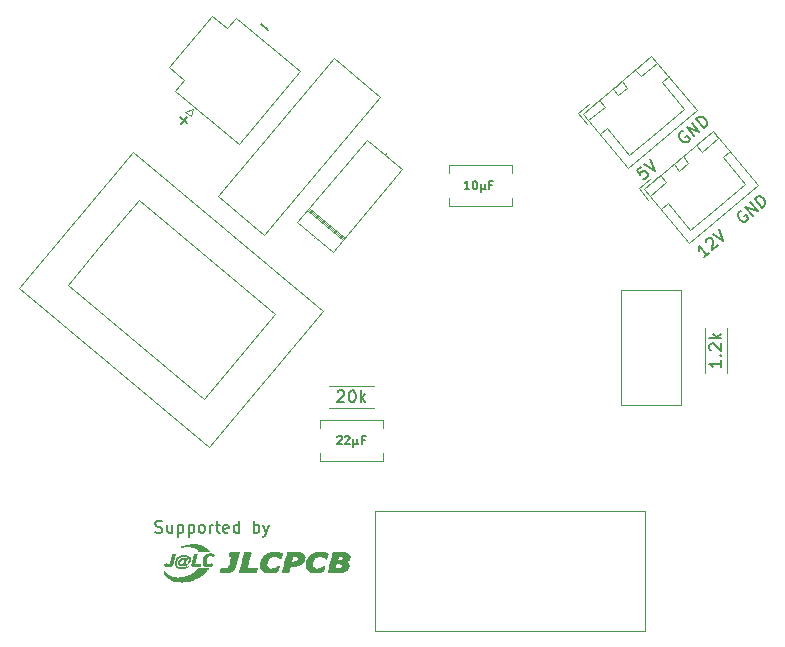
<source format=gbr>
%TF.GenerationSoftware,KiCad,Pcbnew,(6.0.11)*%
%TF.CreationDate,2023-10-13T17:04:58+09:00*%
%TF.ProjectId,power_supply_board,706f7765-725f-4737-9570-706c795f626f,rev?*%
%TF.SameCoordinates,Original*%
%TF.FileFunction,Legend,Top*%
%TF.FilePolarity,Positive*%
%FSLAX46Y46*%
G04 Gerber Fmt 4.6, Leading zero omitted, Abs format (unit mm)*
G04 Created by KiCad (PCBNEW (6.0.11)) date 2023-10-13 17:04:58*
%MOMM*%
%LPD*%
G01*
G04 APERTURE LIST*
%ADD10C,0.150000*%
%ADD11C,0.120000*%
%ADD12C,0.010000*%
G04 APERTURE END LIST*
D10*
X156828953Y-80624720D02*
X156725387Y-80649460D01*
X156615952Y-80741287D01*
X156537126Y-80869592D01*
X156525388Y-81003766D01*
X156550127Y-81107332D01*
X156636085Y-81283854D01*
X156727911Y-81393289D01*
X156886825Y-81508593D01*
X156984522Y-81550941D01*
X157118696Y-81562680D01*
X157258740Y-81507331D01*
X157331697Y-81446113D01*
X157410523Y-81317808D01*
X157416392Y-81250721D01*
X157202129Y-80995373D01*
X157056216Y-81117808D01*
X157805915Y-81048197D02*
X157163127Y-80282153D01*
X158243654Y-80680890D01*
X157600867Y-79914845D01*
X158608437Y-80374800D02*
X157965650Y-79608756D01*
X158148041Y-79455711D01*
X158288085Y-79400363D01*
X158422260Y-79412102D01*
X158519956Y-79454449D01*
X158678870Y-79569754D01*
X158770697Y-79679189D01*
X158856654Y-79855711D01*
X158881394Y-79959276D01*
X158869655Y-80093451D01*
X158790829Y-80221756D01*
X158608437Y-80374800D01*
X114891739Y-79946154D02*
X114308086Y-79456411D01*
X114844784Y-79409456D02*
X114355041Y-79993108D01*
X121749739Y-72072154D02*
X121166086Y-71582411D01*
X127578000Y-106490333D02*
X127611333Y-106457000D01*
X127678000Y-106423666D01*
X127844666Y-106423666D01*
X127911333Y-106457000D01*
X127944666Y-106490333D01*
X127978000Y-106557000D01*
X127978000Y-106623666D01*
X127944666Y-106723666D01*
X127544666Y-107123666D01*
X127978000Y-107123666D01*
X128244666Y-106490333D02*
X128278000Y-106457000D01*
X128344666Y-106423666D01*
X128511333Y-106423666D01*
X128578000Y-106457000D01*
X128611333Y-106490333D01*
X128644666Y-106557000D01*
X128644666Y-106623666D01*
X128611333Y-106723666D01*
X128211333Y-107123666D01*
X128644666Y-107123666D01*
X128944666Y-106657000D02*
X128944666Y-107357000D01*
X129278000Y-107023666D02*
X129311333Y-107090333D01*
X129378000Y-107123666D01*
X128944666Y-107023666D02*
X128978000Y-107090333D01*
X129044666Y-107123666D01*
X129178000Y-107123666D01*
X129244666Y-107090333D01*
X129278000Y-107023666D01*
X129278000Y-106657000D01*
X129911333Y-106757000D02*
X129678000Y-106757000D01*
X129678000Y-107123666D02*
X129678000Y-106423666D01*
X130011333Y-106423666D01*
X127611333Y-102671619D02*
X127658952Y-102624000D01*
X127754190Y-102576380D01*
X127992285Y-102576380D01*
X128087523Y-102624000D01*
X128135142Y-102671619D01*
X128182761Y-102766857D01*
X128182761Y-102862095D01*
X128135142Y-103004952D01*
X127563714Y-103576380D01*
X128182761Y-103576380D01*
X128801809Y-102576380D02*
X128897047Y-102576380D01*
X128992285Y-102624000D01*
X129039904Y-102671619D01*
X129087523Y-102766857D01*
X129135142Y-102957333D01*
X129135142Y-103195428D01*
X129087523Y-103385904D01*
X129039904Y-103481142D01*
X128992285Y-103528761D01*
X128897047Y-103576380D01*
X128801809Y-103576380D01*
X128706571Y-103528761D01*
X128658952Y-103481142D01*
X128611333Y-103385904D01*
X128563714Y-103195428D01*
X128563714Y-102957333D01*
X128611333Y-102766857D01*
X128658952Y-102671619D01*
X128706571Y-102624000D01*
X128801809Y-102576380D01*
X129563714Y-103576380D02*
X129563714Y-102576380D01*
X129658952Y-103195428D02*
X129944666Y-103576380D01*
X129944666Y-102909714D02*
X129563714Y-103290666D01*
X161781953Y-87355720D02*
X161678387Y-87380460D01*
X161568952Y-87472287D01*
X161490126Y-87600592D01*
X161478388Y-87734766D01*
X161503127Y-87838332D01*
X161589085Y-88014854D01*
X161680911Y-88124289D01*
X161839825Y-88239593D01*
X161937522Y-88281941D01*
X162071696Y-88293680D01*
X162211740Y-88238331D01*
X162284697Y-88177113D01*
X162363523Y-88048808D01*
X162369392Y-87981721D01*
X162155129Y-87726373D01*
X162009216Y-87848808D01*
X162758915Y-87779197D02*
X162116127Y-87013153D01*
X163196654Y-87411890D01*
X162553867Y-86645845D01*
X163561437Y-87105800D02*
X162918650Y-86339756D01*
X163101041Y-86186711D01*
X163241085Y-86131363D01*
X163375260Y-86143102D01*
X163472956Y-86185449D01*
X163631870Y-86300754D01*
X163723697Y-86410189D01*
X163809654Y-86586711D01*
X163834394Y-86690276D01*
X163822655Y-86824451D01*
X163743829Y-86952756D01*
X163561437Y-87105800D01*
X160091380Y-100020333D02*
X160091380Y-100591761D01*
X160091380Y-100306047D02*
X159091380Y-100306047D01*
X159234238Y-100401285D01*
X159329476Y-100496523D01*
X159377095Y-100591761D01*
X159996142Y-99591761D02*
X160043761Y-99544142D01*
X160091380Y-99591761D01*
X160043761Y-99639380D01*
X159996142Y-99591761D01*
X160091380Y-99591761D01*
X159186619Y-99163190D02*
X159139000Y-99115571D01*
X159091380Y-99020333D01*
X159091380Y-98782238D01*
X159139000Y-98687000D01*
X159186619Y-98639380D01*
X159281857Y-98591761D01*
X159377095Y-98591761D01*
X159519952Y-98639380D01*
X160091380Y-99210809D01*
X160091380Y-98591761D01*
X160091380Y-98163190D02*
X159091380Y-98163190D01*
X159710428Y-98067952D02*
X160091380Y-97782238D01*
X159424714Y-97782238D02*
X159805666Y-98163190D01*
X138773000Y-85533666D02*
X138373000Y-85533666D01*
X138573000Y-85533666D02*
X138573000Y-84833666D01*
X138506333Y-84933666D01*
X138439666Y-85000333D01*
X138373000Y-85033666D01*
X139206333Y-84833666D02*
X139273000Y-84833666D01*
X139339666Y-84867000D01*
X139373000Y-84900333D01*
X139406333Y-84967000D01*
X139439666Y-85100333D01*
X139439666Y-85267000D01*
X139406333Y-85400333D01*
X139373000Y-85467000D01*
X139339666Y-85500333D01*
X139273000Y-85533666D01*
X139206333Y-85533666D01*
X139139666Y-85500333D01*
X139106333Y-85467000D01*
X139073000Y-85400333D01*
X139039666Y-85267000D01*
X139039666Y-85100333D01*
X139073000Y-84967000D01*
X139106333Y-84900333D01*
X139139666Y-84867000D01*
X139206333Y-84833666D01*
X139739666Y-85067000D02*
X139739666Y-85767000D01*
X140073000Y-85433666D02*
X140106333Y-85500333D01*
X140173000Y-85533666D01*
X139739666Y-85433666D02*
X139773000Y-85500333D01*
X139839666Y-85533666D01*
X139973000Y-85533666D01*
X140039666Y-85500333D01*
X140073000Y-85433666D01*
X140073000Y-85067000D01*
X140706333Y-85167000D02*
X140473000Y-85167000D01*
X140473000Y-85533666D02*
X140473000Y-84833666D01*
X140806333Y-84833666D01*
X159074566Y-90914460D02*
X158636827Y-91281767D01*
X158855697Y-91098113D02*
X158212909Y-90332069D01*
X158231779Y-90502722D01*
X158220040Y-90636896D01*
X158177693Y-90734592D01*
X158784823Y-89976500D02*
X158790692Y-89909413D01*
X158833040Y-89811717D01*
X159015432Y-89658672D01*
X159118997Y-89633933D01*
X159186084Y-89639802D01*
X159283781Y-89682150D01*
X159344999Y-89755106D01*
X159400347Y-89895150D01*
X159329915Y-90700197D01*
X159804133Y-90302281D01*
X159380215Y-89352583D02*
X160278351Y-89904365D01*
X159890911Y-88924058D01*
X153299084Y-83649935D02*
X152934300Y-83956024D01*
X153203911Y-84351416D01*
X153209781Y-84284329D01*
X153252129Y-84186633D01*
X153434520Y-84033588D01*
X153538086Y-84008848D01*
X153605173Y-84014718D01*
X153702869Y-84057065D01*
X153855914Y-84239457D01*
X153880653Y-84343023D01*
X153874784Y-84410110D01*
X153832436Y-84507806D01*
X153650045Y-84660851D01*
X153546479Y-84685590D01*
X153479392Y-84679721D01*
X153554432Y-83435672D02*
X154452567Y-83987454D01*
X154065128Y-83007147D01*
X112181285Y-114577761D02*
X112324142Y-114625380D01*
X112562238Y-114625380D01*
X112657476Y-114577761D01*
X112705095Y-114530142D01*
X112752714Y-114434904D01*
X112752714Y-114339666D01*
X112705095Y-114244428D01*
X112657476Y-114196809D01*
X112562238Y-114149190D01*
X112371761Y-114101571D01*
X112276523Y-114053952D01*
X112228904Y-114006333D01*
X112181285Y-113911095D01*
X112181285Y-113815857D01*
X112228904Y-113720619D01*
X112276523Y-113673000D01*
X112371761Y-113625380D01*
X112609857Y-113625380D01*
X112752714Y-113673000D01*
X113609857Y-113958714D02*
X113609857Y-114625380D01*
X113181285Y-113958714D02*
X113181285Y-114482523D01*
X113228904Y-114577761D01*
X113324142Y-114625380D01*
X113467000Y-114625380D01*
X113562238Y-114577761D01*
X113609857Y-114530142D01*
X114086047Y-113958714D02*
X114086047Y-114958714D01*
X114086047Y-114006333D02*
X114181285Y-113958714D01*
X114371761Y-113958714D01*
X114467000Y-114006333D01*
X114514619Y-114053952D01*
X114562238Y-114149190D01*
X114562238Y-114434904D01*
X114514619Y-114530142D01*
X114467000Y-114577761D01*
X114371761Y-114625380D01*
X114181285Y-114625380D01*
X114086047Y-114577761D01*
X114990809Y-113958714D02*
X114990809Y-114958714D01*
X114990809Y-114006333D02*
X115086047Y-113958714D01*
X115276523Y-113958714D01*
X115371761Y-114006333D01*
X115419380Y-114053952D01*
X115467000Y-114149190D01*
X115467000Y-114434904D01*
X115419380Y-114530142D01*
X115371761Y-114577761D01*
X115276523Y-114625380D01*
X115086047Y-114625380D01*
X114990809Y-114577761D01*
X116038428Y-114625380D02*
X115943190Y-114577761D01*
X115895571Y-114530142D01*
X115847952Y-114434904D01*
X115847952Y-114149190D01*
X115895571Y-114053952D01*
X115943190Y-114006333D01*
X116038428Y-113958714D01*
X116181285Y-113958714D01*
X116276523Y-114006333D01*
X116324142Y-114053952D01*
X116371761Y-114149190D01*
X116371761Y-114434904D01*
X116324142Y-114530142D01*
X116276523Y-114577761D01*
X116181285Y-114625380D01*
X116038428Y-114625380D01*
X116800333Y-114625380D02*
X116800333Y-113958714D01*
X116800333Y-114149190D02*
X116847952Y-114053952D01*
X116895571Y-114006333D01*
X116990809Y-113958714D01*
X117086047Y-113958714D01*
X117276523Y-113958714D02*
X117657476Y-113958714D01*
X117419380Y-113625380D02*
X117419380Y-114482523D01*
X117467000Y-114577761D01*
X117562238Y-114625380D01*
X117657476Y-114625380D01*
X118371761Y-114577761D02*
X118276523Y-114625380D01*
X118086047Y-114625380D01*
X117990809Y-114577761D01*
X117943190Y-114482523D01*
X117943190Y-114101571D01*
X117990809Y-114006333D01*
X118086047Y-113958714D01*
X118276523Y-113958714D01*
X118371761Y-114006333D01*
X118419380Y-114101571D01*
X118419380Y-114196809D01*
X117943190Y-114292047D01*
X119276523Y-114625380D02*
X119276523Y-113625380D01*
X119276523Y-114577761D02*
X119181285Y-114625380D01*
X118990809Y-114625380D01*
X118895571Y-114577761D01*
X118847952Y-114530142D01*
X118800333Y-114434904D01*
X118800333Y-114149190D01*
X118847952Y-114053952D01*
X118895571Y-114006333D01*
X118990809Y-113958714D01*
X119181285Y-113958714D01*
X119276523Y-114006333D01*
X120514619Y-114625380D02*
X120514619Y-113625380D01*
X120514619Y-114006333D02*
X120609857Y-113958714D01*
X120800333Y-113958714D01*
X120895571Y-114006333D01*
X120943190Y-114053952D01*
X120990809Y-114149190D01*
X120990809Y-114434904D01*
X120943190Y-114530142D01*
X120895571Y-114577761D01*
X120800333Y-114625380D01*
X120609857Y-114625380D01*
X120514619Y-114577761D01*
X121324142Y-113958714D02*
X121562238Y-114625380D01*
X121800333Y-113958714D02*
X121562238Y-114625380D01*
X121467000Y-114863476D01*
X121419380Y-114911095D01*
X121324142Y-114958714D01*
D11*
%TO.C,R1*%
X126858000Y-102204000D02*
X130698000Y-102204000D01*
X126858000Y-104044000D02*
X130698000Y-104044000D01*
%TO.C,SW2*%
X116262232Y-103290316D02*
X122304435Y-96089498D01*
X122304435Y-96089498D02*
X110813768Y-86447684D01*
X110813768Y-86447684D02*
X107792667Y-90048093D01*
X116760560Y-107363603D02*
X126402374Y-95872937D01*
X110315440Y-82374397D02*
X105494533Y-88119730D01*
X126402374Y-95872937D02*
X110315440Y-82374397D01*
X105494533Y-88119730D02*
X100673626Y-93865063D01*
X107792667Y-90048093D02*
X104771565Y-93648502D01*
X104771565Y-93648502D02*
X116262232Y-103290316D01*
X100673626Y-93865063D02*
X116760560Y-107363603D01*
%TO.C,C1*%
X126108000Y-105086000D02*
X126108000Y-105752000D01*
X131448000Y-105086000D02*
X131448000Y-105752000D01*
X126108000Y-105086000D02*
X131448000Y-105086000D01*
X126108000Y-107862000D02*
X126108000Y-108528000D01*
X131448000Y-107862000D02*
X131448000Y-108528000D01*
X126108000Y-108528000D02*
X131448000Y-108528000D01*
%TO.C,J1*%
X156953657Y-78717635D02*
X154617221Y-80678138D01*
X155057434Y-76457804D02*
X156953657Y-78717635D01*
X149810029Y-80860900D02*
X150384562Y-80378809D01*
X154186927Y-74238025D02*
X148349669Y-79136067D01*
X154667786Y-74826647D02*
X154185695Y-74252114D01*
X153288906Y-75983665D02*
X154667786Y-74826647D01*
X148845848Y-79711833D02*
X150224728Y-78554815D01*
X150384562Y-80378809D02*
X152280786Y-82638640D01*
X155631967Y-75975714D02*
X155057434Y-76457804D01*
X150224728Y-78554815D02*
X149742637Y-77980282D01*
X148349669Y-79136067D02*
X152187111Y-83709352D01*
X148898663Y-78296838D02*
X147941107Y-79100322D01*
X150891704Y-77016100D02*
X151373794Y-77590634D01*
X152187111Y-83709352D02*
X158024369Y-78811311D01*
X158024369Y-78811311D02*
X154186927Y-74238025D01*
X154185695Y-74252114D02*
X152806815Y-75409131D01*
X151373794Y-77590634D02*
X152139839Y-76947846D01*
X147941107Y-79100322D02*
X148744592Y-80057878D01*
X152806815Y-75409131D02*
X153288906Y-75983665D01*
X151657748Y-76373313D02*
X150891704Y-77016100D01*
X149742637Y-77980282D02*
X148363757Y-79137300D01*
X152280786Y-82638640D02*
X154617221Y-80678138D01*
X148363757Y-79137300D02*
X148845848Y-79711833D01*
X152139839Y-76947846D02*
X151657748Y-76373313D01*
%TO.C,F1*%
X122387248Y-80282320D02*
X117489206Y-86119579D01*
X127285290Y-74445061D02*
X122387248Y-80282320D01*
X126278754Y-83547681D02*
X131176795Y-77710422D01*
X117489206Y-86119579D02*
X121380712Y-89384940D01*
X131176795Y-77710422D02*
X127285290Y-74445061D01*
X121380712Y-89384940D02*
X126278754Y-83547681D01*
%TO.C,D1*%
X124204353Y-88340532D02*
X127222568Y-90873115D01*
X125062475Y-87317863D02*
X128080690Y-89850446D01*
X130079432Y-81338886D02*
X124204353Y-88340532D01*
X125623471Y-89714070D02*
X125713461Y-89606824D01*
X125139609Y-87225938D02*
X128157824Y-89758521D01*
X131678530Y-82497931D02*
X131588540Y-82605178D01*
X125216744Y-87134012D02*
X128234959Y-89666595D01*
X127222568Y-90873115D02*
X133097647Y-83871469D01*
X133097647Y-83871469D02*
X130079432Y-81338886D01*
%TO.C,J2*%
X156073685Y-83386411D02*
X156555775Y-83960945D01*
X155566543Y-86749120D02*
X157462767Y-89008951D01*
X159849767Y-81196958D02*
X159367676Y-80622425D01*
X154924618Y-84350593D02*
X153545738Y-85507611D01*
X153123088Y-85470633D02*
X153926573Y-86428189D01*
X154080644Y-84667149D02*
X153123088Y-85470633D01*
X156555775Y-83960945D02*
X157321820Y-83318157D01*
X159367676Y-80622425D02*
X157988796Y-81779442D01*
X157369092Y-90079663D02*
X163206350Y-85181622D01*
X156839729Y-82743624D02*
X156073685Y-83386411D01*
X154992010Y-87231211D02*
X155566543Y-86749120D01*
X160813948Y-82346025D02*
X160239415Y-82828115D01*
X160239415Y-82828115D02*
X162135638Y-85087946D01*
X153545738Y-85507611D02*
X154027829Y-86082144D01*
X154027829Y-86082144D02*
X155406709Y-84925126D01*
X162135638Y-85087946D02*
X159799202Y-87048449D01*
X157462767Y-89008951D02*
X159799202Y-87048449D01*
X163206350Y-85181622D02*
X159368908Y-80608336D01*
X158470887Y-82353976D02*
X159849767Y-81196958D01*
X157988796Y-81779442D02*
X158470887Y-82353976D01*
X155406709Y-84925126D02*
X154924618Y-84350593D01*
X159368908Y-80608336D02*
X153531650Y-85506378D01*
X153531650Y-85506378D02*
X157369092Y-90079663D01*
X157321820Y-83318157D02*
X156839729Y-82743624D01*
%TO.C,C2*%
X142370000Y-83496000D02*
X137030000Y-83496000D01*
X137030000Y-86938000D02*
X137030000Y-86272000D01*
X142370000Y-86938000D02*
X137030000Y-86938000D01*
X142370000Y-86938000D02*
X142370000Y-86272000D01*
X142370000Y-84162000D02*
X142370000Y-83496000D01*
X137030000Y-84162000D02*
X137030000Y-83496000D01*
%TO.C,R2*%
X158719000Y-97267000D02*
X158719000Y-101107000D01*
X160559000Y-97267000D02*
X160559000Y-101107000D01*
%TO.C,RV1*%
X156718000Y-103808000D02*
X156718000Y-94038000D01*
X151648000Y-94038000D02*
X156718000Y-94038000D01*
X151648000Y-103808000D02*
X151648000Y-94038000D01*
X151648000Y-103808000D02*
X156718000Y-103808000D01*
%TO.C,G\u002A\u002A\u002A*%
G36*
X119231834Y-116332000D02*
G01*
X119222367Y-116382413D01*
X119200084Y-116395500D01*
X119181648Y-116405253D01*
X119171750Y-116439828D01*
X119168396Y-116507198D01*
X119168334Y-116522500D01*
X119165895Y-116596243D01*
X119157251Y-116635835D01*
X119140409Y-116649249D01*
X119136584Y-116649500D01*
X119118148Y-116659253D01*
X119108250Y-116693828D01*
X119104896Y-116761198D01*
X119104834Y-116776500D01*
X119102395Y-116850243D01*
X119093751Y-116889835D01*
X119076909Y-116903249D01*
X119073084Y-116903500D01*
X119054648Y-116913253D01*
X119044750Y-116947828D01*
X119041396Y-117015198D01*
X119041334Y-117030500D01*
X119038895Y-117104243D01*
X119030251Y-117143835D01*
X119013409Y-117157249D01*
X119009584Y-117157500D01*
X118988657Y-117169965D01*
X118979124Y-117212351D01*
X118977834Y-117252750D01*
X118973678Y-117315530D01*
X118959550Y-117344127D01*
X118946084Y-117348000D01*
X118925157Y-117360465D01*
X118915624Y-117402851D01*
X118914334Y-117443250D01*
X118910178Y-117506030D01*
X118896050Y-117534627D01*
X118882584Y-117538500D01*
X118857377Y-117557432D01*
X118850834Y-117602000D01*
X118841367Y-117652413D01*
X118819084Y-117665500D01*
X118791021Y-117682443D01*
X118787334Y-117697250D01*
X118770390Y-117725312D01*
X118755584Y-117729000D01*
X118727521Y-117745943D01*
X118723834Y-117760750D01*
X118706890Y-117788812D01*
X118692084Y-117792500D01*
X118664021Y-117809443D01*
X118660334Y-117824250D01*
X118643390Y-117852312D01*
X118628584Y-117856000D01*
X118600521Y-117872943D01*
X118596834Y-117887750D01*
X118584368Y-117908677D01*
X118541983Y-117918209D01*
X118501584Y-117919500D01*
X118438803Y-117923655D01*
X118410206Y-117937783D01*
X118406334Y-117951250D01*
X118400975Y-117962723D01*
X118381285Y-117971121D01*
X118341843Y-117976894D01*
X118277229Y-117980496D01*
X118182023Y-117982377D01*
X118050804Y-117982989D01*
X118025334Y-117983000D01*
X117644334Y-117983000D01*
X117644334Y-117856000D01*
X117646772Y-117782257D01*
X117655416Y-117742664D01*
X117672258Y-117729250D01*
X117676084Y-117729000D01*
X117701415Y-117710274D01*
X117707834Y-117669703D01*
X117707834Y-117610407D01*
X117986432Y-117611495D01*
X118109820Y-117610755D01*
X118195486Y-117607144D01*
X118247970Y-117600263D01*
X118271812Y-117589710D01*
X118273946Y-117586125D01*
X118300028Y-117561915D01*
X118312847Y-117559667D01*
X118337161Y-117542036D01*
X118342834Y-117517333D01*
X118356068Y-117482857D01*
X118374584Y-117475000D01*
X118399790Y-117456068D01*
X118406334Y-117411500D01*
X118415800Y-117361087D01*
X118438084Y-117348000D01*
X118456519Y-117338246D01*
X118466417Y-117303671D01*
X118469771Y-117236302D01*
X118469834Y-117221000D01*
X118472272Y-117147257D01*
X118480916Y-117107664D01*
X118497758Y-117094250D01*
X118501584Y-117094000D01*
X118520019Y-117084246D01*
X118529917Y-117049671D01*
X118533271Y-116982302D01*
X118533334Y-116967000D01*
X118535772Y-116893257D01*
X118544416Y-116853664D01*
X118561258Y-116840250D01*
X118565084Y-116840000D01*
X118583519Y-116830246D01*
X118593417Y-116795671D01*
X118596771Y-116728302D01*
X118596834Y-116713000D01*
X118596834Y-116586000D01*
X118406334Y-116586000D01*
X118406334Y-116459000D01*
X118408772Y-116385257D01*
X118417416Y-116345664D01*
X118434258Y-116332250D01*
X118438084Y-116332000D01*
X118466146Y-116315057D01*
X118469834Y-116300250D01*
X118475192Y-116288777D01*
X118494882Y-116280379D01*
X118534324Y-116274605D01*
X118598938Y-116271004D01*
X118694144Y-116269123D01*
X118825363Y-116268510D01*
X118850834Y-116268500D01*
X119231834Y-116268500D01*
X119231834Y-116332000D01*
G37*
D12*
X119231834Y-116332000D02*
X119222367Y-116382413D01*
X119200084Y-116395500D01*
X119181648Y-116405253D01*
X119171750Y-116439828D01*
X119168396Y-116507198D01*
X119168334Y-116522500D01*
X119165895Y-116596243D01*
X119157251Y-116635835D01*
X119140409Y-116649249D01*
X119136584Y-116649500D01*
X119118148Y-116659253D01*
X119108250Y-116693828D01*
X119104896Y-116761198D01*
X119104834Y-116776500D01*
X119102395Y-116850243D01*
X119093751Y-116889835D01*
X119076909Y-116903249D01*
X119073084Y-116903500D01*
X119054648Y-116913253D01*
X119044750Y-116947828D01*
X119041396Y-117015198D01*
X119041334Y-117030500D01*
X119038895Y-117104243D01*
X119030251Y-117143835D01*
X119013409Y-117157249D01*
X119009584Y-117157500D01*
X118988657Y-117169965D01*
X118979124Y-117212351D01*
X118977834Y-117252750D01*
X118973678Y-117315530D01*
X118959550Y-117344127D01*
X118946084Y-117348000D01*
X118925157Y-117360465D01*
X118915624Y-117402851D01*
X118914334Y-117443250D01*
X118910178Y-117506030D01*
X118896050Y-117534627D01*
X118882584Y-117538500D01*
X118857377Y-117557432D01*
X118850834Y-117602000D01*
X118841367Y-117652413D01*
X118819084Y-117665500D01*
X118791021Y-117682443D01*
X118787334Y-117697250D01*
X118770390Y-117725312D01*
X118755584Y-117729000D01*
X118727521Y-117745943D01*
X118723834Y-117760750D01*
X118706890Y-117788812D01*
X118692084Y-117792500D01*
X118664021Y-117809443D01*
X118660334Y-117824250D01*
X118643390Y-117852312D01*
X118628584Y-117856000D01*
X118600521Y-117872943D01*
X118596834Y-117887750D01*
X118584368Y-117908677D01*
X118541983Y-117918209D01*
X118501584Y-117919500D01*
X118438803Y-117923655D01*
X118410206Y-117937783D01*
X118406334Y-117951250D01*
X118400975Y-117962723D01*
X118381285Y-117971121D01*
X118341843Y-117976894D01*
X118277229Y-117980496D01*
X118182023Y-117982377D01*
X118050804Y-117982989D01*
X118025334Y-117983000D01*
X117644334Y-117983000D01*
X117644334Y-117856000D01*
X117646772Y-117782257D01*
X117655416Y-117742664D01*
X117672258Y-117729250D01*
X117676084Y-117729000D01*
X117701415Y-117710274D01*
X117707834Y-117669703D01*
X117707834Y-117610407D01*
X117986432Y-117611495D01*
X118109820Y-117610755D01*
X118195486Y-117607144D01*
X118247970Y-117600263D01*
X118271812Y-117589710D01*
X118273946Y-117586125D01*
X118300028Y-117561915D01*
X118312847Y-117559667D01*
X118337161Y-117542036D01*
X118342834Y-117517333D01*
X118356068Y-117482857D01*
X118374584Y-117475000D01*
X118399790Y-117456068D01*
X118406334Y-117411500D01*
X118415800Y-117361087D01*
X118438084Y-117348000D01*
X118456519Y-117338246D01*
X118466417Y-117303671D01*
X118469771Y-117236302D01*
X118469834Y-117221000D01*
X118472272Y-117147257D01*
X118480916Y-117107664D01*
X118497758Y-117094250D01*
X118501584Y-117094000D01*
X118520019Y-117084246D01*
X118529917Y-117049671D01*
X118533271Y-116982302D01*
X118533334Y-116967000D01*
X118535772Y-116893257D01*
X118544416Y-116853664D01*
X118561258Y-116840250D01*
X118565084Y-116840000D01*
X118583519Y-116830246D01*
X118593417Y-116795671D01*
X118596771Y-116728302D01*
X118596834Y-116713000D01*
X118596834Y-116586000D01*
X118406334Y-116586000D01*
X118406334Y-116459000D01*
X118408772Y-116385257D01*
X118417416Y-116345664D01*
X118434258Y-116332250D01*
X118438084Y-116332000D01*
X118466146Y-116315057D01*
X118469834Y-116300250D01*
X118475192Y-116288777D01*
X118494882Y-116280379D01*
X118534324Y-116274605D01*
X118598938Y-116271004D01*
X118694144Y-116269123D01*
X118825363Y-116268510D01*
X118850834Y-116268500D01*
X119231834Y-116268500D01*
X119231834Y-116332000D01*
G36*
X114148251Y-116682096D02*
G01*
X114151834Y-116691833D01*
X114134689Y-116710612D01*
X114120084Y-116713000D01*
X114092021Y-116729943D01*
X114088334Y-116744750D01*
X114071390Y-116772812D01*
X114056584Y-116776500D01*
X114031377Y-116795432D01*
X114024834Y-116840000D01*
X114015367Y-116890413D01*
X113993084Y-116903500D01*
X113967877Y-116922432D01*
X113961334Y-116967000D01*
X113951867Y-117017413D01*
X113929584Y-117030500D01*
X113912836Y-117038816D01*
X113903006Y-117068867D01*
X113898561Y-117128309D01*
X113897834Y-117189250D01*
X113899497Y-117272986D01*
X113905507Y-117322139D01*
X113917395Y-117344363D01*
X113929584Y-117348000D01*
X113957646Y-117364943D01*
X113961334Y-117379750D01*
X113978277Y-117407812D01*
X113993084Y-117411500D01*
X114021146Y-117428443D01*
X114024834Y-117443250D01*
X114041777Y-117471312D01*
X114056584Y-117475000D01*
X114084665Y-117491079D01*
X114088334Y-117505065D01*
X114108328Y-117524762D01*
X114163845Y-117540656D01*
X114248184Y-117552006D01*
X114354646Y-117558073D01*
X114476530Y-117558116D01*
X114544598Y-117555470D01*
X114635577Y-117552202D01*
X114691167Y-117554500D01*
X114718030Y-117563056D01*
X114723334Y-117574044D01*
X114714432Y-117585259D01*
X114684270Y-117593205D01*
X114627660Y-117598339D01*
X114539416Y-117601117D01*
X114414351Y-117601997D01*
X114405834Y-117602000D01*
X114281570Y-117601424D01*
X114193745Y-117599304D01*
X114136474Y-117595051D01*
X114103873Y-117588078D01*
X114090058Y-117577795D01*
X114088334Y-117570250D01*
X114069401Y-117545043D01*
X114024834Y-117538500D01*
X113974420Y-117529034D01*
X113961334Y-117506750D01*
X113944390Y-117478688D01*
X113929584Y-117475000D01*
X113904377Y-117456068D01*
X113897834Y-117411500D01*
X113888367Y-117361087D01*
X113866084Y-117348000D01*
X113849336Y-117339684D01*
X113839506Y-117309633D01*
X113835061Y-117250190D01*
X113834334Y-117189250D01*
X113835997Y-117105514D01*
X113842007Y-117056361D01*
X113853895Y-117034137D01*
X113866084Y-117030500D01*
X113891290Y-117011568D01*
X113897834Y-116967000D01*
X113907300Y-116916587D01*
X113929584Y-116903500D01*
X113954790Y-116884568D01*
X113961334Y-116840000D01*
X113970800Y-116789587D01*
X113993084Y-116776500D01*
X114021146Y-116759557D01*
X114024834Y-116744750D01*
X114041777Y-116716688D01*
X114056584Y-116713000D01*
X114084751Y-116701570D01*
X114088334Y-116691833D01*
X114105478Y-116673055D01*
X114120084Y-116670667D01*
X114148251Y-116682096D01*
G37*
X114148251Y-116682096D02*
X114151834Y-116691833D01*
X114134689Y-116710612D01*
X114120084Y-116713000D01*
X114092021Y-116729943D01*
X114088334Y-116744750D01*
X114071390Y-116772812D01*
X114056584Y-116776500D01*
X114031377Y-116795432D01*
X114024834Y-116840000D01*
X114015367Y-116890413D01*
X113993084Y-116903500D01*
X113967877Y-116922432D01*
X113961334Y-116967000D01*
X113951867Y-117017413D01*
X113929584Y-117030500D01*
X113912836Y-117038816D01*
X113903006Y-117068867D01*
X113898561Y-117128309D01*
X113897834Y-117189250D01*
X113899497Y-117272986D01*
X113905507Y-117322139D01*
X113917395Y-117344363D01*
X113929584Y-117348000D01*
X113957646Y-117364943D01*
X113961334Y-117379750D01*
X113978277Y-117407812D01*
X113993084Y-117411500D01*
X114021146Y-117428443D01*
X114024834Y-117443250D01*
X114041777Y-117471312D01*
X114056584Y-117475000D01*
X114084665Y-117491079D01*
X114088334Y-117505065D01*
X114108328Y-117524762D01*
X114163845Y-117540656D01*
X114248184Y-117552006D01*
X114354646Y-117558073D01*
X114476530Y-117558116D01*
X114544598Y-117555470D01*
X114635577Y-117552202D01*
X114691167Y-117554500D01*
X114718030Y-117563056D01*
X114723334Y-117574044D01*
X114714432Y-117585259D01*
X114684270Y-117593205D01*
X114627660Y-117598339D01*
X114539416Y-117601117D01*
X114414351Y-117601997D01*
X114405834Y-117602000D01*
X114281570Y-117601424D01*
X114193745Y-117599304D01*
X114136474Y-117595051D01*
X114103873Y-117588078D01*
X114090058Y-117577795D01*
X114088334Y-117570250D01*
X114069401Y-117545043D01*
X114024834Y-117538500D01*
X113974420Y-117529034D01*
X113961334Y-117506750D01*
X113944390Y-117478688D01*
X113929584Y-117475000D01*
X113904377Y-117456068D01*
X113897834Y-117411500D01*
X113888367Y-117361087D01*
X113866084Y-117348000D01*
X113849336Y-117339684D01*
X113839506Y-117309633D01*
X113835061Y-117250190D01*
X113834334Y-117189250D01*
X113835997Y-117105514D01*
X113842007Y-117056361D01*
X113853895Y-117034137D01*
X113866084Y-117030500D01*
X113891290Y-117011568D01*
X113897834Y-116967000D01*
X113907300Y-116916587D01*
X113929584Y-116903500D01*
X113954790Y-116884568D01*
X113961334Y-116840000D01*
X113970800Y-116789587D01*
X113993084Y-116776500D01*
X114021146Y-116759557D01*
X114024834Y-116744750D01*
X114041777Y-116716688D01*
X114056584Y-116713000D01*
X114084751Y-116701570D01*
X114088334Y-116691833D01*
X114105478Y-116673055D01*
X114120084Y-116670667D01*
X114148251Y-116682096D01*
G36*
X123168834Y-116903500D02*
G01*
X123171272Y-116829757D01*
X123179916Y-116790164D01*
X123196758Y-116776750D01*
X123200584Y-116776500D01*
X123221510Y-116764034D01*
X123231043Y-116721649D01*
X123232334Y-116681250D01*
X123236489Y-116618469D01*
X123250617Y-116589873D01*
X123264084Y-116586000D01*
X123282519Y-116576246D01*
X123292417Y-116541671D01*
X123295771Y-116474302D01*
X123295834Y-116459000D01*
X123298272Y-116385257D01*
X123306916Y-116345664D01*
X123323758Y-116332250D01*
X123327584Y-116332000D01*
X123355039Y-116314862D01*
X123359334Y-116297679D01*
X123362699Y-116287109D01*
X123375981Y-116279131D01*
X123403961Y-116273514D01*
X123451417Y-116270027D01*
X123523131Y-116268439D01*
X123623881Y-116268520D01*
X123758448Y-116270039D01*
X123889797Y-116272071D01*
X124078180Y-116276002D01*
X124225473Y-116280970D01*
X124332907Y-116287048D01*
X124401717Y-116294310D01*
X124433133Y-116302829D01*
X124435051Y-116304713D01*
X124465068Y-116327204D01*
X124507837Y-116343200D01*
X124549768Y-116359068D01*
X124565834Y-116374946D01*
X124584060Y-116390973D01*
X124628036Y-116405795D01*
X124629334Y-116406083D01*
X124676304Y-116424833D01*
X124692346Y-116459654D01*
X124692834Y-116471265D01*
X124704178Y-116512562D01*
X124724584Y-116522500D01*
X124749790Y-116541432D01*
X124756334Y-116586000D01*
X124765800Y-116636413D01*
X124788084Y-116649500D01*
X124813290Y-116668432D01*
X124819834Y-116713000D01*
X124810367Y-116763413D01*
X124788084Y-116776500D01*
X124769648Y-116786253D01*
X124759750Y-116820828D01*
X124756396Y-116888198D01*
X124756334Y-116903500D01*
X124753895Y-116977243D01*
X124745251Y-117016835D01*
X124728409Y-117030249D01*
X124724584Y-117030500D01*
X124696521Y-117047443D01*
X124692834Y-117062250D01*
X124675890Y-117090312D01*
X124661084Y-117094000D01*
X124633021Y-117110943D01*
X124629334Y-117125750D01*
X124612390Y-117153812D01*
X124597584Y-117157500D01*
X124569521Y-117174443D01*
X124565834Y-117189250D01*
X124548890Y-117217312D01*
X124534084Y-117221000D01*
X124506021Y-117237943D01*
X124502334Y-117252750D01*
X124483401Y-117277956D01*
X124438834Y-117284500D01*
X124388420Y-117293966D01*
X124375334Y-117316250D01*
X124365580Y-117334686D01*
X124331005Y-117344584D01*
X124263636Y-117347937D01*
X124248334Y-117348000D01*
X124174590Y-117350438D01*
X124134998Y-117359082D01*
X124121584Y-117375924D01*
X124121334Y-117379750D01*
X124115305Y-117392759D01*
X124093113Y-117401750D01*
X124048596Y-117407408D01*
X123975591Y-117410418D01*
X123867939Y-117411465D01*
X123835584Y-117411500D01*
X123549834Y-117411500D01*
X123549834Y-117506750D01*
X123545678Y-117569530D01*
X123531550Y-117598127D01*
X123518084Y-117602000D01*
X123499648Y-117611753D01*
X123489750Y-117646328D01*
X123486396Y-117713698D01*
X123486334Y-117729000D01*
X123483895Y-117802743D01*
X123475251Y-117842335D01*
X123458409Y-117855749D01*
X123454584Y-117856000D01*
X123429377Y-117874932D01*
X123422834Y-117919500D01*
X123422834Y-117983000D01*
X122914834Y-117983000D01*
X122914834Y-117887750D01*
X122918989Y-117824969D01*
X122933117Y-117796373D01*
X122946584Y-117792500D01*
X122965019Y-117782746D01*
X122974917Y-117748171D01*
X122978271Y-117680802D01*
X122978334Y-117665500D01*
X122980772Y-117591757D01*
X122989416Y-117552164D01*
X123006258Y-117538750D01*
X123010084Y-117538500D01*
X123028519Y-117528746D01*
X123038417Y-117494171D01*
X123041771Y-117426802D01*
X123041834Y-117411500D01*
X123044272Y-117337757D01*
X123052916Y-117298164D01*
X123069758Y-117284750D01*
X123073584Y-117284500D01*
X123092019Y-117274746D01*
X123101917Y-117240171D01*
X123105271Y-117172802D01*
X123105334Y-117157500D01*
X123107433Y-117094000D01*
X123676834Y-117094000D01*
X123803834Y-117094000D01*
X123871481Y-117090787D01*
X123917344Y-117082392D01*
X123930834Y-117072833D01*
X123948781Y-117056200D01*
X123978459Y-117051377D01*
X124051957Y-117043569D01*
X124102869Y-117023672D01*
X124121334Y-116996281D01*
X124138330Y-116970375D01*
X124153084Y-116967000D01*
X124181146Y-116950057D01*
X124184834Y-116935250D01*
X124201777Y-116907188D01*
X124216584Y-116903500D01*
X124237510Y-116891034D01*
X124247043Y-116848649D01*
X124248334Y-116808250D01*
X124244178Y-116745469D01*
X124230050Y-116716873D01*
X124216584Y-116713000D01*
X124188521Y-116696057D01*
X124184834Y-116681250D01*
X124167890Y-116653188D01*
X124153084Y-116649500D01*
X124125021Y-116632557D01*
X124121334Y-116617750D01*
X124113910Y-116602260D01*
X124086815Y-116592612D01*
X124032816Y-116587599D01*
X123944677Y-116586017D01*
X123930834Y-116586000D01*
X123740334Y-116586000D01*
X123740334Y-116713000D01*
X123737895Y-116786743D01*
X123729251Y-116826335D01*
X123712409Y-116839749D01*
X123708584Y-116840000D01*
X123690148Y-116849753D01*
X123680250Y-116884328D01*
X123676896Y-116951698D01*
X123676834Y-116967000D01*
X123676834Y-117094000D01*
X123107433Y-117094000D01*
X123107772Y-117083757D01*
X123116416Y-117044164D01*
X123133258Y-117030750D01*
X123137084Y-117030500D01*
X123155519Y-117020746D01*
X123165417Y-116986171D01*
X123166371Y-116967000D01*
X123168771Y-116918802D01*
X123168834Y-116903500D01*
G37*
X123168834Y-116903500D02*
X123171272Y-116829757D01*
X123179916Y-116790164D01*
X123196758Y-116776750D01*
X123200584Y-116776500D01*
X123221510Y-116764034D01*
X123231043Y-116721649D01*
X123232334Y-116681250D01*
X123236489Y-116618469D01*
X123250617Y-116589873D01*
X123264084Y-116586000D01*
X123282519Y-116576246D01*
X123292417Y-116541671D01*
X123295771Y-116474302D01*
X123295834Y-116459000D01*
X123298272Y-116385257D01*
X123306916Y-116345664D01*
X123323758Y-116332250D01*
X123327584Y-116332000D01*
X123355039Y-116314862D01*
X123359334Y-116297679D01*
X123362699Y-116287109D01*
X123375981Y-116279131D01*
X123403961Y-116273514D01*
X123451417Y-116270027D01*
X123523131Y-116268439D01*
X123623881Y-116268520D01*
X123758448Y-116270039D01*
X123889797Y-116272071D01*
X124078180Y-116276002D01*
X124225473Y-116280970D01*
X124332907Y-116287048D01*
X124401717Y-116294310D01*
X124433133Y-116302829D01*
X124435051Y-116304713D01*
X124465068Y-116327204D01*
X124507837Y-116343200D01*
X124549768Y-116359068D01*
X124565834Y-116374946D01*
X124584060Y-116390973D01*
X124628036Y-116405795D01*
X124629334Y-116406083D01*
X124676304Y-116424833D01*
X124692346Y-116459654D01*
X124692834Y-116471265D01*
X124704178Y-116512562D01*
X124724584Y-116522500D01*
X124749790Y-116541432D01*
X124756334Y-116586000D01*
X124765800Y-116636413D01*
X124788084Y-116649500D01*
X124813290Y-116668432D01*
X124819834Y-116713000D01*
X124810367Y-116763413D01*
X124788084Y-116776500D01*
X124769648Y-116786253D01*
X124759750Y-116820828D01*
X124756396Y-116888198D01*
X124756334Y-116903500D01*
X124753895Y-116977243D01*
X124745251Y-117016835D01*
X124728409Y-117030249D01*
X124724584Y-117030500D01*
X124696521Y-117047443D01*
X124692834Y-117062250D01*
X124675890Y-117090312D01*
X124661084Y-117094000D01*
X124633021Y-117110943D01*
X124629334Y-117125750D01*
X124612390Y-117153812D01*
X124597584Y-117157500D01*
X124569521Y-117174443D01*
X124565834Y-117189250D01*
X124548890Y-117217312D01*
X124534084Y-117221000D01*
X124506021Y-117237943D01*
X124502334Y-117252750D01*
X124483401Y-117277956D01*
X124438834Y-117284500D01*
X124388420Y-117293966D01*
X124375334Y-117316250D01*
X124365580Y-117334686D01*
X124331005Y-117344584D01*
X124263636Y-117347937D01*
X124248334Y-117348000D01*
X124174590Y-117350438D01*
X124134998Y-117359082D01*
X124121584Y-117375924D01*
X124121334Y-117379750D01*
X124115305Y-117392759D01*
X124093113Y-117401750D01*
X124048596Y-117407408D01*
X123975591Y-117410418D01*
X123867939Y-117411465D01*
X123835584Y-117411500D01*
X123549834Y-117411500D01*
X123549834Y-117506750D01*
X123545678Y-117569530D01*
X123531550Y-117598127D01*
X123518084Y-117602000D01*
X123499648Y-117611753D01*
X123489750Y-117646328D01*
X123486396Y-117713698D01*
X123486334Y-117729000D01*
X123483895Y-117802743D01*
X123475251Y-117842335D01*
X123458409Y-117855749D01*
X123454584Y-117856000D01*
X123429377Y-117874932D01*
X123422834Y-117919500D01*
X123422834Y-117983000D01*
X122914834Y-117983000D01*
X122914834Y-117887750D01*
X122918989Y-117824969D01*
X122933117Y-117796373D01*
X122946584Y-117792500D01*
X122965019Y-117782746D01*
X122974917Y-117748171D01*
X122978271Y-117680802D01*
X122978334Y-117665500D01*
X122980772Y-117591757D01*
X122989416Y-117552164D01*
X123006258Y-117538750D01*
X123010084Y-117538500D01*
X123028519Y-117528746D01*
X123038417Y-117494171D01*
X123041771Y-117426802D01*
X123041834Y-117411500D01*
X123044272Y-117337757D01*
X123052916Y-117298164D01*
X123069758Y-117284750D01*
X123073584Y-117284500D01*
X123092019Y-117274746D01*
X123101917Y-117240171D01*
X123105271Y-117172802D01*
X123105334Y-117157500D01*
X123107433Y-117094000D01*
X123676834Y-117094000D01*
X123803834Y-117094000D01*
X123871481Y-117090787D01*
X123917344Y-117082392D01*
X123930834Y-117072833D01*
X123948781Y-117056200D01*
X123978459Y-117051377D01*
X124051957Y-117043569D01*
X124102869Y-117023672D01*
X124121334Y-116996281D01*
X124138330Y-116970375D01*
X124153084Y-116967000D01*
X124181146Y-116950057D01*
X124184834Y-116935250D01*
X124201777Y-116907188D01*
X124216584Y-116903500D01*
X124237510Y-116891034D01*
X124247043Y-116848649D01*
X124248334Y-116808250D01*
X124244178Y-116745469D01*
X124230050Y-116716873D01*
X124216584Y-116713000D01*
X124188521Y-116696057D01*
X124184834Y-116681250D01*
X124167890Y-116653188D01*
X124153084Y-116649500D01*
X124125021Y-116632557D01*
X124121334Y-116617750D01*
X124113910Y-116602260D01*
X124086815Y-116592612D01*
X124032816Y-116587599D01*
X123944677Y-116586017D01*
X123930834Y-116586000D01*
X123740334Y-116586000D01*
X123740334Y-116713000D01*
X123737895Y-116786743D01*
X123729251Y-116826335D01*
X123712409Y-116839749D01*
X123708584Y-116840000D01*
X123690148Y-116849753D01*
X123680250Y-116884328D01*
X123676896Y-116951698D01*
X123676834Y-116967000D01*
X123676834Y-117094000D01*
X123107433Y-117094000D01*
X123107772Y-117083757D01*
X123116416Y-117044164D01*
X123133258Y-117030750D01*
X123137084Y-117030500D01*
X123155519Y-117020746D01*
X123165417Y-116986171D01*
X123166371Y-116967000D01*
X123168771Y-116918802D01*
X123168834Y-116903500D01*
G36*
X122363722Y-116228129D02*
G01*
X122428763Y-116233387D01*
X122465514Y-116240992D01*
X122470334Y-116245255D01*
X122489510Y-116257535D01*
X122539366Y-116270237D01*
X122597334Y-116279083D01*
X122664231Y-116289730D01*
X122710242Y-116302563D01*
X122724334Y-116312911D01*
X122742295Y-116327927D01*
X122771959Y-116332289D01*
X122849516Y-116338651D01*
X122893730Y-116360541D01*
X122912497Y-116403928D01*
X122914834Y-116440302D01*
X122909268Y-116498239D01*
X122890958Y-116521395D01*
X122883084Y-116522500D01*
X122862157Y-116534965D01*
X122852624Y-116577351D01*
X122851334Y-116617750D01*
X122847178Y-116680530D01*
X122833050Y-116709127D01*
X122819584Y-116713000D01*
X122791521Y-116729943D01*
X122787834Y-116744750D01*
X122768901Y-116769956D01*
X122724334Y-116776500D01*
X122673920Y-116767034D01*
X122660834Y-116744750D01*
X122643890Y-116716688D01*
X122629084Y-116713000D01*
X122601021Y-116696057D01*
X122597334Y-116681250D01*
X122578401Y-116656043D01*
X122533834Y-116649500D01*
X122483420Y-116640034D01*
X122470334Y-116617750D01*
X122463520Y-116603251D01*
X122438523Y-116593819D01*
X122388509Y-116588478D01*
X122306644Y-116586251D01*
X122248084Y-116586000D01*
X122146592Y-116586973D01*
X122080569Y-116590544D01*
X122043180Y-116597689D01*
X122027593Y-116609384D01*
X122025834Y-116617750D01*
X122006901Y-116642956D01*
X121962334Y-116649500D01*
X121911920Y-116658966D01*
X121898834Y-116681250D01*
X121881890Y-116709312D01*
X121867084Y-116713000D01*
X121839021Y-116729943D01*
X121835334Y-116744750D01*
X121818390Y-116772812D01*
X121803584Y-116776500D01*
X121775521Y-116793443D01*
X121771834Y-116808250D01*
X121754890Y-116836312D01*
X121740084Y-116840000D01*
X121712021Y-116856943D01*
X121708334Y-116871750D01*
X121691390Y-116899812D01*
X121676584Y-116903500D01*
X121658148Y-116913253D01*
X121648250Y-116947828D01*
X121644896Y-117015198D01*
X121644834Y-117030500D01*
X121642395Y-117104243D01*
X121633751Y-117143835D01*
X121616909Y-117157249D01*
X121613084Y-117157500D01*
X121594648Y-117167253D01*
X121584750Y-117201828D01*
X121581396Y-117269198D01*
X121581334Y-117284500D01*
X121583772Y-117358243D01*
X121592416Y-117397835D01*
X121609258Y-117411249D01*
X121613084Y-117411500D01*
X121638290Y-117430432D01*
X121644834Y-117475000D01*
X121654300Y-117525413D01*
X121676584Y-117538500D01*
X121704665Y-117554580D01*
X121708334Y-117568568D01*
X121726663Y-117593675D01*
X121770848Y-117612363D01*
X121771834Y-117612583D01*
X121816271Y-117627942D01*
X121835322Y-117645633D01*
X121835334Y-117646015D01*
X121854561Y-117656291D01*
X121904539Y-117663352D01*
X121962334Y-117665500D01*
X122029314Y-117662610D01*
X122075332Y-117655098D01*
X122089334Y-117646411D01*
X122108510Y-117634131D01*
X122158366Y-117621429D01*
X122216334Y-117612583D01*
X122283223Y-117602192D01*
X122329234Y-117590020D01*
X122343334Y-117580437D01*
X122361562Y-117564257D01*
X122405542Y-117549370D01*
X122406834Y-117549083D01*
X122451354Y-117530626D01*
X122470326Y-117505536D01*
X122470334Y-117505068D01*
X122487313Y-117478474D01*
X122502084Y-117475000D01*
X122530251Y-117463570D01*
X122533834Y-117453833D01*
X122550978Y-117435055D01*
X122565584Y-117432667D01*
X122593751Y-117444096D01*
X122597334Y-117453833D01*
X122614478Y-117472612D01*
X122629084Y-117475000D01*
X122657146Y-117491943D01*
X122660834Y-117506750D01*
X122643890Y-117534812D01*
X122629084Y-117538500D01*
X122608157Y-117550965D01*
X122598624Y-117593351D01*
X122597334Y-117633750D01*
X122593178Y-117696530D01*
X122579050Y-117725127D01*
X122565584Y-117729000D01*
X122540377Y-117747932D01*
X122533834Y-117792500D01*
X122524367Y-117842913D01*
X122502084Y-117856000D01*
X122474021Y-117872943D01*
X122470334Y-117887750D01*
X122457868Y-117908677D01*
X122415483Y-117918209D01*
X122375084Y-117919500D01*
X122312303Y-117923655D01*
X122283706Y-117937783D01*
X122279834Y-117951250D01*
X122274475Y-117962723D01*
X122254785Y-117971121D01*
X122215343Y-117976894D01*
X122150729Y-117980496D01*
X122055523Y-117982377D01*
X121924304Y-117982989D01*
X121898834Y-117983000D01*
X121761156Y-117982553D01*
X121660385Y-117980912D01*
X121591100Y-117977626D01*
X121547881Y-117972241D01*
X121525307Y-117964307D01*
X121517959Y-117953372D01*
X121517834Y-117951250D01*
X121498901Y-117926043D01*
X121454334Y-117919500D01*
X121403920Y-117910034D01*
X121390834Y-117887750D01*
X121371901Y-117862543D01*
X121327334Y-117856000D01*
X121276920Y-117846534D01*
X121263834Y-117824250D01*
X121246890Y-117796188D01*
X121232084Y-117792500D01*
X121204021Y-117775557D01*
X121200334Y-117760750D01*
X121183390Y-117732688D01*
X121168584Y-117729000D01*
X121143377Y-117710068D01*
X121136834Y-117665500D01*
X121127367Y-117615087D01*
X121105084Y-117602000D01*
X121092075Y-117595972D01*
X121083083Y-117573779D01*
X121077425Y-117529262D01*
X121074415Y-117456258D01*
X121073369Y-117348605D01*
X121073334Y-117316250D01*
X121074003Y-117199171D01*
X121076469Y-117118249D01*
X121081415Y-117067324D01*
X121089527Y-117040233D01*
X121101488Y-117030815D01*
X121105084Y-117030500D01*
X121126010Y-117018034D01*
X121135543Y-116975649D01*
X121136834Y-116935250D01*
X121140989Y-116872469D01*
X121155117Y-116843873D01*
X121168584Y-116840000D01*
X121196646Y-116823057D01*
X121200334Y-116808250D01*
X121217277Y-116780188D01*
X121232084Y-116776500D01*
X121257290Y-116757568D01*
X121263834Y-116713000D01*
X121273300Y-116662587D01*
X121295584Y-116649500D01*
X121323646Y-116632557D01*
X121327334Y-116617750D01*
X121344277Y-116589688D01*
X121359084Y-116586000D01*
X121387146Y-116569057D01*
X121390834Y-116554250D01*
X121407777Y-116526188D01*
X121422584Y-116522500D01*
X121450765Y-116511963D01*
X121454334Y-116503015D01*
X121472581Y-116485372D01*
X121516599Y-116469858D01*
X121517834Y-116469583D01*
X121562354Y-116451126D01*
X121581326Y-116426036D01*
X121581334Y-116425568D01*
X121598130Y-116398584D01*
X121611320Y-116395500D01*
X121643193Y-116382090D01*
X121648816Y-116372968D01*
X121672595Y-116356511D01*
X121723281Y-116342137D01*
X121745830Y-116338431D01*
X121800541Y-116327670D01*
X121832194Y-116314818D01*
X121835334Y-116310124D01*
X121854502Y-116299314D01*
X121904340Y-116287624D01*
X121962334Y-116279083D01*
X122029231Y-116268437D01*
X122075242Y-116255603D01*
X122089334Y-116245255D01*
X122108921Y-116236849D01*
X122161389Y-116230332D01*
X122237295Y-116226649D01*
X122279834Y-116226167D01*
X122363722Y-116228129D01*
G37*
X122363722Y-116228129D02*
X122428763Y-116233387D01*
X122465514Y-116240992D01*
X122470334Y-116245255D01*
X122489510Y-116257535D01*
X122539366Y-116270237D01*
X122597334Y-116279083D01*
X122664231Y-116289730D01*
X122710242Y-116302563D01*
X122724334Y-116312911D01*
X122742295Y-116327927D01*
X122771959Y-116332289D01*
X122849516Y-116338651D01*
X122893730Y-116360541D01*
X122912497Y-116403928D01*
X122914834Y-116440302D01*
X122909268Y-116498239D01*
X122890958Y-116521395D01*
X122883084Y-116522500D01*
X122862157Y-116534965D01*
X122852624Y-116577351D01*
X122851334Y-116617750D01*
X122847178Y-116680530D01*
X122833050Y-116709127D01*
X122819584Y-116713000D01*
X122791521Y-116729943D01*
X122787834Y-116744750D01*
X122768901Y-116769956D01*
X122724334Y-116776500D01*
X122673920Y-116767034D01*
X122660834Y-116744750D01*
X122643890Y-116716688D01*
X122629084Y-116713000D01*
X122601021Y-116696057D01*
X122597334Y-116681250D01*
X122578401Y-116656043D01*
X122533834Y-116649500D01*
X122483420Y-116640034D01*
X122470334Y-116617750D01*
X122463520Y-116603251D01*
X122438523Y-116593819D01*
X122388509Y-116588478D01*
X122306644Y-116586251D01*
X122248084Y-116586000D01*
X122146592Y-116586973D01*
X122080569Y-116590544D01*
X122043180Y-116597689D01*
X122027593Y-116609384D01*
X122025834Y-116617750D01*
X122006901Y-116642956D01*
X121962334Y-116649500D01*
X121911920Y-116658966D01*
X121898834Y-116681250D01*
X121881890Y-116709312D01*
X121867084Y-116713000D01*
X121839021Y-116729943D01*
X121835334Y-116744750D01*
X121818390Y-116772812D01*
X121803584Y-116776500D01*
X121775521Y-116793443D01*
X121771834Y-116808250D01*
X121754890Y-116836312D01*
X121740084Y-116840000D01*
X121712021Y-116856943D01*
X121708334Y-116871750D01*
X121691390Y-116899812D01*
X121676584Y-116903500D01*
X121658148Y-116913253D01*
X121648250Y-116947828D01*
X121644896Y-117015198D01*
X121644834Y-117030500D01*
X121642395Y-117104243D01*
X121633751Y-117143835D01*
X121616909Y-117157249D01*
X121613084Y-117157500D01*
X121594648Y-117167253D01*
X121584750Y-117201828D01*
X121581396Y-117269198D01*
X121581334Y-117284500D01*
X121583772Y-117358243D01*
X121592416Y-117397835D01*
X121609258Y-117411249D01*
X121613084Y-117411500D01*
X121638290Y-117430432D01*
X121644834Y-117475000D01*
X121654300Y-117525413D01*
X121676584Y-117538500D01*
X121704665Y-117554580D01*
X121708334Y-117568568D01*
X121726663Y-117593675D01*
X121770848Y-117612363D01*
X121771834Y-117612583D01*
X121816271Y-117627942D01*
X121835322Y-117645633D01*
X121835334Y-117646015D01*
X121854561Y-117656291D01*
X121904539Y-117663352D01*
X121962334Y-117665500D01*
X122029314Y-117662610D01*
X122075332Y-117655098D01*
X122089334Y-117646411D01*
X122108510Y-117634131D01*
X122158366Y-117621429D01*
X122216334Y-117612583D01*
X122283223Y-117602192D01*
X122329234Y-117590020D01*
X122343334Y-117580437D01*
X122361562Y-117564257D01*
X122405542Y-117549370D01*
X122406834Y-117549083D01*
X122451354Y-117530626D01*
X122470326Y-117505536D01*
X122470334Y-117505068D01*
X122487313Y-117478474D01*
X122502084Y-117475000D01*
X122530251Y-117463570D01*
X122533834Y-117453833D01*
X122550978Y-117435055D01*
X122565584Y-117432667D01*
X122593751Y-117444096D01*
X122597334Y-117453833D01*
X122614478Y-117472612D01*
X122629084Y-117475000D01*
X122657146Y-117491943D01*
X122660834Y-117506750D01*
X122643890Y-117534812D01*
X122629084Y-117538500D01*
X122608157Y-117550965D01*
X122598624Y-117593351D01*
X122597334Y-117633750D01*
X122593178Y-117696530D01*
X122579050Y-117725127D01*
X122565584Y-117729000D01*
X122540377Y-117747932D01*
X122533834Y-117792500D01*
X122524367Y-117842913D01*
X122502084Y-117856000D01*
X122474021Y-117872943D01*
X122470334Y-117887750D01*
X122457868Y-117908677D01*
X122415483Y-117918209D01*
X122375084Y-117919500D01*
X122312303Y-117923655D01*
X122283706Y-117937783D01*
X122279834Y-117951250D01*
X122274475Y-117962723D01*
X122254785Y-117971121D01*
X122215343Y-117976894D01*
X122150729Y-117980496D01*
X122055523Y-117982377D01*
X121924304Y-117982989D01*
X121898834Y-117983000D01*
X121761156Y-117982553D01*
X121660385Y-117980912D01*
X121591100Y-117977626D01*
X121547881Y-117972241D01*
X121525307Y-117964307D01*
X121517959Y-117953372D01*
X121517834Y-117951250D01*
X121498901Y-117926043D01*
X121454334Y-117919500D01*
X121403920Y-117910034D01*
X121390834Y-117887750D01*
X121371901Y-117862543D01*
X121327334Y-117856000D01*
X121276920Y-117846534D01*
X121263834Y-117824250D01*
X121246890Y-117796188D01*
X121232084Y-117792500D01*
X121204021Y-117775557D01*
X121200334Y-117760750D01*
X121183390Y-117732688D01*
X121168584Y-117729000D01*
X121143377Y-117710068D01*
X121136834Y-117665500D01*
X121127367Y-117615087D01*
X121105084Y-117602000D01*
X121092075Y-117595972D01*
X121083083Y-117573779D01*
X121077425Y-117529262D01*
X121074415Y-117456258D01*
X121073369Y-117348605D01*
X121073334Y-117316250D01*
X121074003Y-117199171D01*
X121076469Y-117118249D01*
X121081415Y-117067324D01*
X121089527Y-117040233D01*
X121101488Y-117030815D01*
X121105084Y-117030500D01*
X121126010Y-117018034D01*
X121135543Y-116975649D01*
X121136834Y-116935250D01*
X121140989Y-116872469D01*
X121155117Y-116843873D01*
X121168584Y-116840000D01*
X121196646Y-116823057D01*
X121200334Y-116808250D01*
X121217277Y-116780188D01*
X121232084Y-116776500D01*
X121257290Y-116757568D01*
X121263834Y-116713000D01*
X121273300Y-116662587D01*
X121295584Y-116649500D01*
X121323646Y-116632557D01*
X121327334Y-116617750D01*
X121344277Y-116589688D01*
X121359084Y-116586000D01*
X121387146Y-116569057D01*
X121390834Y-116554250D01*
X121407777Y-116526188D01*
X121422584Y-116522500D01*
X121450765Y-116511963D01*
X121454334Y-116503015D01*
X121472581Y-116485372D01*
X121516599Y-116469858D01*
X121517834Y-116469583D01*
X121562354Y-116451126D01*
X121581326Y-116426036D01*
X121581334Y-116425568D01*
X121598130Y-116398584D01*
X121611320Y-116395500D01*
X121643193Y-116382090D01*
X121648816Y-116372968D01*
X121672595Y-116356511D01*
X121723281Y-116342137D01*
X121745830Y-116338431D01*
X121800541Y-116327670D01*
X121832194Y-116314818D01*
X121835334Y-116310124D01*
X121854502Y-116299314D01*
X121904340Y-116287624D01*
X121962334Y-116279083D01*
X122029231Y-116268437D01*
X122075242Y-116255603D01*
X122089334Y-116245255D01*
X122108921Y-116236849D01*
X122161389Y-116230332D01*
X122237295Y-116226649D01*
X122279834Y-116226167D01*
X122363722Y-116228129D01*
G36*
X114846646Y-117491943D02*
G01*
X114850334Y-117506750D01*
X114833390Y-117534812D01*
X114818584Y-117538500D01*
X114790521Y-117521557D01*
X114786834Y-117506750D01*
X114803777Y-117478688D01*
X114818584Y-117475000D01*
X114846646Y-117491943D01*
G37*
X114846646Y-117491943D02*
X114850334Y-117506750D01*
X114833390Y-117534812D01*
X114818584Y-117538500D01*
X114790521Y-117521557D01*
X114786834Y-117506750D01*
X114803777Y-117478688D01*
X114818584Y-117475000D01*
X114846646Y-117491943D01*
G36*
X116863430Y-116358494D02*
G01*
X116882329Y-116371328D01*
X116882334Y-116371546D01*
X116901134Y-116385305D01*
X116948403Y-116398145D01*
X116971837Y-116401931D01*
X117028611Y-116414151D01*
X117064145Y-116430471D01*
X117068851Y-116436468D01*
X117093561Y-116457059D01*
X117106347Y-116459000D01*
X117132870Y-116475982D01*
X117136334Y-116490750D01*
X117119390Y-116518812D01*
X117104584Y-116522500D01*
X117076521Y-116539443D01*
X117072834Y-116554250D01*
X117053901Y-116579456D01*
X117009334Y-116586000D01*
X116958920Y-116576534D01*
X116945834Y-116554250D01*
X116936080Y-116535814D01*
X116901505Y-116525916D01*
X116834136Y-116522562D01*
X116818834Y-116522500D01*
X116745090Y-116524938D01*
X116705498Y-116533582D01*
X116692084Y-116550424D01*
X116691834Y-116554250D01*
X116672901Y-116579456D01*
X116628334Y-116586000D01*
X116577920Y-116595466D01*
X116564834Y-116617750D01*
X116547890Y-116645812D01*
X116533084Y-116649500D01*
X116505021Y-116666443D01*
X116501334Y-116681250D01*
X116484390Y-116709312D01*
X116469584Y-116713000D01*
X116455895Y-116719368D01*
X116446686Y-116742791D01*
X116441146Y-116789744D01*
X116438468Y-116866705D01*
X116437834Y-116967000D01*
X116438630Y-117076510D01*
X116441557Y-117150184D01*
X116447427Y-117194497D01*
X116457047Y-117215927D01*
X116469584Y-117221000D01*
X116497646Y-117237943D01*
X116501334Y-117252750D01*
X116520910Y-117278491D01*
X116570125Y-117288205D01*
X116654892Y-117289457D01*
X116732394Y-117284897D01*
X116790980Y-117275705D01*
X116819002Y-117263060D01*
X116819045Y-117262991D01*
X116845697Y-117245465D01*
X116887837Y-117230967D01*
X116930521Y-117225666D01*
X116945300Y-117242195D01*
X116945834Y-117250455D01*
X116961798Y-117279963D01*
X116977584Y-117284500D01*
X117005646Y-117301443D01*
X117009334Y-117316250D01*
X116990401Y-117341456D01*
X116945834Y-117348000D01*
X116895420Y-117357466D01*
X116882334Y-117379750D01*
X116863401Y-117404956D01*
X116818834Y-117411500D01*
X116768420Y-117420966D01*
X116755334Y-117443250D01*
X116745580Y-117461686D01*
X116711005Y-117471584D01*
X116643636Y-117474937D01*
X116628334Y-117475000D01*
X116554590Y-117472561D01*
X116514998Y-117463918D01*
X116501584Y-117447075D01*
X116501334Y-117443250D01*
X116488868Y-117422323D01*
X116446483Y-117412791D01*
X116406084Y-117411500D01*
X116343303Y-117407345D01*
X116314706Y-117393216D01*
X116310834Y-117379750D01*
X116293890Y-117351688D01*
X116279084Y-117348000D01*
X116253877Y-117329068D01*
X116247334Y-117284500D01*
X116237867Y-117234087D01*
X116215584Y-117221000D01*
X116201085Y-117214186D01*
X116191653Y-117189189D01*
X116186312Y-117139175D01*
X116184085Y-117057310D01*
X116183834Y-116998750D01*
X116184807Y-116897258D01*
X116188378Y-116831235D01*
X116195523Y-116793847D01*
X116207218Y-116778259D01*
X116215584Y-116776500D01*
X116240790Y-116757568D01*
X116247334Y-116713000D01*
X116256800Y-116662587D01*
X116279084Y-116649500D01*
X116307146Y-116632557D01*
X116310834Y-116617750D01*
X116327777Y-116589688D01*
X116342584Y-116586000D01*
X116370646Y-116569057D01*
X116374334Y-116554250D01*
X116391277Y-116526188D01*
X116406084Y-116522500D01*
X116434269Y-116512289D01*
X116437834Y-116503628D01*
X116455883Y-116485447D01*
X116495830Y-116470200D01*
X116542846Y-116452585D01*
X116566863Y-116434550D01*
X116594400Y-116418761D01*
X116647396Y-116404908D01*
X116667616Y-116401691D01*
X116721698Y-116390502D01*
X116752567Y-116376491D01*
X116755334Y-116371546D01*
X116773738Y-116358638D01*
X116818078Y-116353168D01*
X116818834Y-116353167D01*
X116863430Y-116358494D01*
G37*
X116863430Y-116358494D02*
X116882329Y-116371328D01*
X116882334Y-116371546D01*
X116901134Y-116385305D01*
X116948403Y-116398145D01*
X116971837Y-116401931D01*
X117028611Y-116414151D01*
X117064145Y-116430471D01*
X117068851Y-116436468D01*
X117093561Y-116457059D01*
X117106347Y-116459000D01*
X117132870Y-116475982D01*
X117136334Y-116490750D01*
X117119390Y-116518812D01*
X117104584Y-116522500D01*
X117076521Y-116539443D01*
X117072834Y-116554250D01*
X117053901Y-116579456D01*
X117009334Y-116586000D01*
X116958920Y-116576534D01*
X116945834Y-116554250D01*
X116936080Y-116535814D01*
X116901505Y-116525916D01*
X116834136Y-116522562D01*
X116818834Y-116522500D01*
X116745090Y-116524938D01*
X116705498Y-116533582D01*
X116692084Y-116550424D01*
X116691834Y-116554250D01*
X116672901Y-116579456D01*
X116628334Y-116586000D01*
X116577920Y-116595466D01*
X116564834Y-116617750D01*
X116547890Y-116645812D01*
X116533084Y-116649500D01*
X116505021Y-116666443D01*
X116501334Y-116681250D01*
X116484390Y-116709312D01*
X116469584Y-116713000D01*
X116455895Y-116719368D01*
X116446686Y-116742791D01*
X116441146Y-116789744D01*
X116438468Y-116866705D01*
X116437834Y-116967000D01*
X116438630Y-117076510D01*
X116441557Y-117150184D01*
X116447427Y-117194497D01*
X116457047Y-117215927D01*
X116469584Y-117221000D01*
X116497646Y-117237943D01*
X116501334Y-117252750D01*
X116520910Y-117278491D01*
X116570125Y-117288205D01*
X116654892Y-117289457D01*
X116732394Y-117284897D01*
X116790980Y-117275705D01*
X116819002Y-117263060D01*
X116819045Y-117262991D01*
X116845697Y-117245465D01*
X116887837Y-117230967D01*
X116930521Y-117225666D01*
X116945300Y-117242195D01*
X116945834Y-117250455D01*
X116961798Y-117279963D01*
X116977584Y-117284500D01*
X117005646Y-117301443D01*
X117009334Y-117316250D01*
X116990401Y-117341456D01*
X116945834Y-117348000D01*
X116895420Y-117357466D01*
X116882334Y-117379750D01*
X116863401Y-117404956D01*
X116818834Y-117411500D01*
X116768420Y-117420966D01*
X116755334Y-117443250D01*
X116745580Y-117461686D01*
X116711005Y-117471584D01*
X116643636Y-117474937D01*
X116628334Y-117475000D01*
X116554590Y-117472561D01*
X116514998Y-117463918D01*
X116501584Y-117447075D01*
X116501334Y-117443250D01*
X116488868Y-117422323D01*
X116446483Y-117412791D01*
X116406084Y-117411500D01*
X116343303Y-117407345D01*
X116314706Y-117393216D01*
X116310834Y-117379750D01*
X116293890Y-117351688D01*
X116279084Y-117348000D01*
X116253877Y-117329068D01*
X116247334Y-117284500D01*
X116237867Y-117234087D01*
X116215584Y-117221000D01*
X116201085Y-117214186D01*
X116191653Y-117189189D01*
X116186312Y-117139175D01*
X116184085Y-117057310D01*
X116183834Y-116998750D01*
X116184807Y-116897258D01*
X116188378Y-116831235D01*
X116195523Y-116793847D01*
X116207218Y-116778259D01*
X116215584Y-116776500D01*
X116240790Y-116757568D01*
X116247334Y-116713000D01*
X116256800Y-116662587D01*
X116279084Y-116649500D01*
X116307146Y-116632557D01*
X116310834Y-116617750D01*
X116327777Y-116589688D01*
X116342584Y-116586000D01*
X116370646Y-116569057D01*
X116374334Y-116554250D01*
X116391277Y-116526188D01*
X116406084Y-116522500D01*
X116434269Y-116512289D01*
X116437834Y-116503628D01*
X116455883Y-116485447D01*
X116495830Y-116470200D01*
X116542846Y-116452585D01*
X116566863Y-116434550D01*
X116594400Y-116418761D01*
X116647396Y-116404908D01*
X116667616Y-116401691D01*
X116721698Y-116390502D01*
X116752567Y-116376491D01*
X116755334Y-116371546D01*
X116773738Y-116358638D01*
X116818078Y-116353168D01*
X116818834Y-116353167D01*
X116863430Y-116358494D01*
G36*
X113834334Y-116459000D02*
G01*
X113824867Y-116509413D01*
X113802584Y-116522500D01*
X113785836Y-116530816D01*
X113776006Y-116560867D01*
X113771561Y-116620309D01*
X113770834Y-116681250D01*
X113769170Y-116764986D01*
X113763160Y-116814139D01*
X113751272Y-116836363D01*
X113739084Y-116840000D01*
X113722336Y-116848316D01*
X113712506Y-116878367D01*
X113708061Y-116937809D01*
X113707334Y-116998750D01*
X113705670Y-117082486D01*
X113699660Y-117131639D01*
X113687772Y-117153863D01*
X113675584Y-117157500D01*
X113650377Y-117176432D01*
X113643834Y-117221000D01*
X113634367Y-117271413D01*
X113612084Y-117284500D01*
X113584021Y-117301443D01*
X113580334Y-117316250D01*
X113563390Y-117344312D01*
X113548584Y-117348000D01*
X113520521Y-117364943D01*
X113516834Y-117379750D01*
X113497901Y-117404956D01*
X113453334Y-117411500D01*
X113402920Y-117420966D01*
X113389834Y-117443250D01*
X113380080Y-117461686D01*
X113345505Y-117471584D01*
X113278136Y-117474937D01*
X113262834Y-117475000D01*
X113189090Y-117472561D01*
X113149498Y-117463918D01*
X113136084Y-117447075D01*
X113135834Y-117443250D01*
X113116901Y-117418043D01*
X113072334Y-117411500D01*
X113021920Y-117402034D01*
X113008834Y-117379750D01*
X112991890Y-117351688D01*
X112977084Y-117348000D01*
X112949740Y-117333114D01*
X112943982Y-117298951D01*
X112957610Y-117261257D01*
X112988427Y-117235773D01*
X112992959Y-117234341D01*
X113066969Y-117221715D01*
X113117045Y-117227974D01*
X113135827Y-117252168D01*
X113135834Y-117252750D01*
X113145587Y-117271186D01*
X113180162Y-117281084D01*
X113247531Y-117284437D01*
X113262834Y-117284500D01*
X113336577Y-117282061D01*
X113376169Y-117273418D01*
X113389583Y-117256575D01*
X113389834Y-117252750D01*
X113406777Y-117224688D01*
X113421584Y-117221000D01*
X113440019Y-117211246D01*
X113449917Y-117176671D01*
X113453271Y-117109302D01*
X113453334Y-117094000D01*
X113455772Y-117020257D01*
X113464416Y-116980664D01*
X113481258Y-116967250D01*
X113485084Y-116967000D01*
X113501831Y-116958684D01*
X113511661Y-116928633D01*
X113516106Y-116869190D01*
X113516834Y-116808250D01*
X113518497Y-116724514D01*
X113524507Y-116675361D01*
X113536395Y-116653137D01*
X113548584Y-116649500D01*
X113567019Y-116639746D01*
X113576917Y-116605171D01*
X113580271Y-116537802D01*
X113580334Y-116522500D01*
X113580334Y-116395500D01*
X113834334Y-116395500D01*
X113834334Y-116459000D01*
G37*
X113834334Y-116459000D02*
X113824867Y-116509413D01*
X113802584Y-116522500D01*
X113785836Y-116530816D01*
X113776006Y-116560867D01*
X113771561Y-116620309D01*
X113770834Y-116681250D01*
X113769170Y-116764986D01*
X113763160Y-116814139D01*
X113751272Y-116836363D01*
X113739084Y-116840000D01*
X113722336Y-116848316D01*
X113712506Y-116878367D01*
X113708061Y-116937809D01*
X113707334Y-116998750D01*
X113705670Y-117082486D01*
X113699660Y-117131639D01*
X113687772Y-117153863D01*
X113675584Y-117157500D01*
X113650377Y-117176432D01*
X113643834Y-117221000D01*
X113634367Y-117271413D01*
X113612084Y-117284500D01*
X113584021Y-117301443D01*
X113580334Y-117316250D01*
X113563390Y-117344312D01*
X113548584Y-117348000D01*
X113520521Y-117364943D01*
X113516834Y-117379750D01*
X113497901Y-117404956D01*
X113453334Y-117411500D01*
X113402920Y-117420966D01*
X113389834Y-117443250D01*
X113380080Y-117461686D01*
X113345505Y-117471584D01*
X113278136Y-117474937D01*
X113262834Y-117475000D01*
X113189090Y-117472561D01*
X113149498Y-117463918D01*
X113136084Y-117447075D01*
X113135834Y-117443250D01*
X113116901Y-117418043D01*
X113072334Y-117411500D01*
X113021920Y-117402034D01*
X113008834Y-117379750D01*
X112991890Y-117351688D01*
X112977084Y-117348000D01*
X112949740Y-117333114D01*
X112943982Y-117298951D01*
X112957610Y-117261257D01*
X112988427Y-117235773D01*
X112992959Y-117234341D01*
X113066969Y-117221715D01*
X113117045Y-117227974D01*
X113135827Y-117252168D01*
X113135834Y-117252750D01*
X113145587Y-117271186D01*
X113180162Y-117281084D01*
X113247531Y-117284437D01*
X113262834Y-117284500D01*
X113336577Y-117282061D01*
X113376169Y-117273418D01*
X113389583Y-117256575D01*
X113389834Y-117252750D01*
X113406777Y-117224688D01*
X113421584Y-117221000D01*
X113440019Y-117211246D01*
X113449917Y-117176671D01*
X113453271Y-117109302D01*
X113453334Y-117094000D01*
X113455772Y-117020257D01*
X113464416Y-116980664D01*
X113481258Y-116967250D01*
X113485084Y-116967000D01*
X113501831Y-116958684D01*
X113511661Y-116928633D01*
X113516106Y-116869190D01*
X113516834Y-116808250D01*
X113518497Y-116724514D01*
X113524507Y-116675361D01*
X113536395Y-116653137D01*
X113548584Y-116649500D01*
X113567019Y-116639746D01*
X113576917Y-116605171D01*
X113580271Y-116537802D01*
X113580334Y-116522500D01*
X113580334Y-116395500D01*
X113834334Y-116395500D01*
X113834334Y-116459000D01*
G36*
X126879758Y-117538750D02*
G01*
X126883584Y-117538500D01*
X126902019Y-117528746D01*
X126911917Y-117494171D01*
X126915271Y-117426802D01*
X126915334Y-117411500D01*
X126917772Y-117337757D01*
X126926416Y-117298164D01*
X126943258Y-117284750D01*
X126947084Y-117284500D01*
X126965519Y-117274746D01*
X126975417Y-117240171D01*
X126978771Y-117172802D01*
X126978834Y-117157500D01*
X126981272Y-117083757D01*
X126989916Y-117044164D01*
X127006758Y-117030750D01*
X127010584Y-117030500D01*
X127029019Y-117020746D01*
X127038917Y-116986171D01*
X127042271Y-116918802D01*
X127042334Y-116903500D01*
X127044713Y-116831526D01*
X127549017Y-116831526D01*
X127555871Y-116874704D01*
X127577414Y-116905568D01*
X127587375Y-116910076D01*
X127655521Y-116919552D01*
X127748347Y-116921737D01*
X127848820Y-116916570D01*
X127896629Y-116911206D01*
X127962966Y-116896155D01*
X127993414Y-116875087D01*
X127994834Y-116868873D01*
X128011838Y-116843324D01*
X128026584Y-116840000D01*
X128047510Y-116827534D01*
X128057043Y-116785149D01*
X128058334Y-116744750D01*
X128054178Y-116681969D01*
X128040050Y-116653373D01*
X128026584Y-116649500D01*
X127998521Y-116632557D01*
X127994834Y-116617750D01*
X127987410Y-116602260D01*
X127960315Y-116592612D01*
X127906316Y-116587599D01*
X127818177Y-116586017D01*
X127804334Y-116586000D01*
X127613834Y-116586000D01*
X127613834Y-116681250D01*
X127609678Y-116744030D01*
X127595550Y-116772627D01*
X127582084Y-116776500D01*
X127557529Y-116793101D01*
X127549017Y-116831526D01*
X127044713Y-116831526D01*
X127044772Y-116829757D01*
X127053416Y-116790164D01*
X127070258Y-116776750D01*
X127074084Y-116776500D01*
X127092519Y-116766746D01*
X127102417Y-116732171D01*
X127105771Y-116664802D01*
X127105834Y-116649500D01*
X127108272Y-116575757D01*
X127116916Y-116536164D01*
X127133758Y-116522750D01*
X127137584Y-116522500D01*
X127156800Y-116511977D01*
X127166651Y-116475092D01*
X127169334Y-116407042D01*
X127170510Y-116340603D01*
X127178444Y-116304781D01*
X127199746Y-116287864D01*
X127241024Y-116278136D01*
X127242183Y-116277918D01*
X127292859Y-116272731D01*
X127373381Y-116269558D01*
X127476497Y-116268225D01*
X127594954Y-116268554D01*
X127721499Y-116270369D01*
X127848881Y-116273495D01*
X127969846Y-116277755D01*
X128077143Y-116282973D01*
X128163519Y-116288972D01*
X128221722Y-116295577D01*
X128244324Y-116302268D01*
X128273364Y-116320093D01*
X128326894Y-116335708D01*
X128343917Y-116338811D01*
X128398839Y-116352120D01*
X128432171Y-116368924D01*
X128435639Y-116373834D01*
X128460067Y-116393629D01*
X128472847Y-116395500D01*
X128499370Y-116412482D01*
X128502834Y-116427250D01*
X128519777Y-116455312D01*
X128534584Y-116459000D01*
X128559790Y-116477932D01*
X128566334Y-116522500D01*
X128575800Y-116572913D01*
X128598084Y-116586000D01*
X128623290Y-116604932D01*
X128629834Y-116649500D01*
X128620367Y-116699913D01*
X128598084Y-116713000D01*
X128577157Y-116725465D01*
X128567624Y-116767851D01*
X128566334Y-116808250D01*
X128562178Y-116871030D01*
X128548050Y-116899627D01*
X128534584Y-116903500D01*
X128506521Y-116920443D01*
X128502834Y-116935250D01*
X128483901Y-116960456D01*
X128439334Y-116967000D01*
X128388920Y-116976466D01*
X128375834Y-116998750D01*
X128358890Y-117026812D01*
X128344084Y-117030500D01*
X128316021Y-117047443D01*
X128312334Y-117062250D01*
X128329277Y-117090312D01*
X128344084Y-117094000D01*
X128372146Y-117110943D01*
X128375834Y-117125750D01*
X128392777Y-117153812D01*
X128407584Y-117157500D01*
X128435646Y-117174443D01*
X128439334Y-117189250D01*
X128456277Y-117217312D01*
X128471084Y-117221000D01*
X128496290Y-117239932D01*
X128502834Y-117284500D01*
X128512300Y-117334913D01*
X128534584Y-117348000D01*
X128562646Y-117364943D01*
X128566334Y-117379750D01*
X128549390Y-117407812D01*
X128534584Y-117411500D01*
X128513657Y-117423965D01*
X128504124Y-117466351D01*
X128502834Y-117506750D01*
X128498678Y-117569530D01*
X128484550Y-117598127D01*
X128471084Y-117602000D01*
X128445877Y-117620932D01*
X128439334Y-117665500D01*
X128429867Y-117715913D01*
X128407584Y-117729000D01*
X128379521Y-117745943D01*
X128375834Y-117760750D01*
X128356901Y-117785956D01*
X128312334Y-117792500D01*
X128261920Y-117801966D01*
X128248834Y-117824250D01*
X128229901Y-117849456D01*
X128185334Y-117856000D01*
X128134920Y-117865466D01*
X128121834Y-117887750D01*
X128112080Y-117906186D01*
X128077505Y-117916084D01*
X128010136Y-117919437D01*
X127994834Y-117919500D01*
X127921090Y-117921938D01*
X127881498Y-117930582D01*
X127868084Y-117947424D01*
X127867834Y-117951250D01*
X127863061Y-117961080D01*
X127845674Y-117968692D01*
X127811064Y-117974355D01*
X127754624Y-117978341D01*
X127671749Y-117980922D01*
X127557829Y-117982367D01*
X127408260Y-117982948D01*
X127328084Y-117983000D01*
X126788334Y-117983000D01*
X126788334Y-117887750D01*
X126792489Y-117824969D01*
X126806617Y-117796373D01*
X126820084Y-117792500D01*
X126838519Y-117782746D01*
X126848417Y-117748171D01*
X126851771Y-117680802D01*
X126851834Y-117665500D01*
X126854272Y-117591757D01*
X126856848Y-117579955D01*
X127363126Y-117579955D01*
X127386350Y-117605342D01*
X127396875Y-117609500D01*
X127443701Y-117616163D01*
X127515182Y-117618810D01*
X127600446Y-117617947D01*
X127688625Y-117614080D01*
X127768849Y-117607713D01*
X127830247Y-117599352D01*
X127861951Y-117589503D01*
X127863553Y-117587803D01*
X127893993Y-117564655D01*
X127936837Y-117548467D01*
X127969293Y-117537411D01*
X127986641Y-117517581D01*
X127993586Y-117477680D01*
X127994834Y-117409205D01*
X127994834Y-117284500D01*
X127899584Y-117284500D01*
X127836803Y-117280345D01*
X127808206Y-117266216D01*
X127804334Y-117252750D01*
X127796018Y-117236003D01*
X127765966Y-117226172D01*
X127706524Y-117221727D01*
X127645584Y-117221000D01*
X127561847Y-117222663D01*
X127512695Y-117228673D01*
X127490471Y-117240562D01*
X127486834Y-117252750D01*
X127469890Y-117280812D01*
X127455084Y-117284500D01*
X127436648Y-117294253D01*
X127426750Y-117328828D01*
X127423396Y-117396198D01*
X127423334Y-117411500D01*
X127420895Y-117485243D01*
X127412251Y-117524835D01*
X127395409Y-117538249D01*
X127391584Y-117538500D01*
X127364433Y-117551800D01*
X127363126Y-117579955D01*
X126856848Y-117579955D01*
X126862916Y-117552164D01*
X126879758Y-117538750D01*
G37*
X126879758Y-117538750D02*
X126883584Y-117538500D01*
X126902019Y-117528746D01*
X126911917Y-117494171D01*
X126915271Y-117426802D01*
X126915334Y-117411500D01*
X126917772Y-117337757D01*
X126926416Y-117298164D01*
X126943258Y-117284750D01*
X126947084Y-117284500D01*
X126965519Y-117274746D01*
X126975417Y-117240171D01*
X126978771Y-117172802D01*
X126978834Y-117157500D01*
X126981272Y-117083757D01*
X126989916Y-117044164D01*
X127006758Y-117030750D01*
X127010584Y-117030500D01*
X127029019Y-117020746D01*
X127038917Y-116986171D01*
X127042271Y-116918802D01*
X127042334Y-116903500D01*
X127044713Y-116831526D01*
X127549017Y-116831526D01*
X127555871Y-116874704D01*
X127577414Y-116905568D01*
X127587375Y-116910076D01*
X127655521Y-116919552D01*
X127748347Y-116921737D01*
X127848820Y-116916570D01*
X127896629Y-116911206D01*
X127962966Y-116896155D01*
X127993414Y-116875087D01*
X127994834Y-116868873D01*
X128011838Y-116843324D01*
X128026584Y-116840000D01*
X128047510Y-116827534D01*
X128057043Y-116785149D01*
X128058334Y-116744750D01*
X128054178Y-116681969D01*
X128040050Y-116653373D01*
X128026584Y-116649500D01*
X127998521Y-116632557D01*
X127994834Y-116617750D01*
X127987410Y-116602260D01*
X127960315Y-116592612D01*
X127906316Y-116587599D01*
X127818177Y-116586017D01*
X127804334Y-116586000D01*
X127613834Y-116586000D01*
X127613834Y-116681250D01*
X127609678Y-116744030D01*
X127595550Y-116772627D01*
X127582084Y-116776500D01*
X127557529Y-116793101D01*
X127549017Y-116831526D01*
X127044713Y-116831526D01*
X127044772Y-116829757D01*
X127053416Y-116790164D01*
X127070258Y-116776750D01*
X127074084Y-116776500D01*
X127092519Y-116766746D01*
X127102417Y-116732171D01*
X127105771Y-116664802D01*
X127105834Y-116649500D01*
X127108272Y-116575757D01*
X127116916Y-116536164D01*
X127133758Y-116522750D01*
X127137584Y-116522500D01*
X127156800Y-116511977D01*
X127166651Y-116475092D01*
X127169334Y-116407042D01*
X127170510Y-116340603D01*
X127178444Y-116304781D01*
X127199746Y-116287864D01*
X127241024Y-116278136D01*
X127242183Y-116277918D01*
X127292859Y-116272731D01*
X127373381Y-116269558D01*
X127476497Y-116268225D01*
X127594954Y-116268554D01*
X127721499Y-116270369D01*
X127848881Y-116273495D01*
X127969846Y-116277755D01*
X128077143Y-116282973D01*
X128163519Y-116288972D01*
X128221722Y-116295577D01*
X128244324Y-116302268D01*
X128273364Y-116320093D01*
X128326894Y-116335708D01*
X128343917Y-116338811D01*
X128398839Y-116352120D01*
X128432171Y-116368924D01*
X128435639Y-116373834D01*
X128460067Y-116393629D01*
X128472847Y-116395500D01*
X128499370Y-116412482D01*
X128502834Y-116427250D01*
X128519777Y-116455312D01*
X128534584Y-116459000D01*
X128559790Y-116477932D01*
X128566334Y-116522500D01*
X128575800Y-116572913D01*
X128598084Y-116586000D01*
X128623290Y-116604932D01*
X128629834Y-116649500D01*
X128620367Y-116699913D01*
X128598084Y-116713000D01*
X128577157Y-116725465D01*
X128567624Y-116767851D01*
X128566334Y-116808250D01*
X128562178Y-116871030D01*
X128548050Y-116899627D01*
X128534584Y-116903500D01*
X128506521Y-116920443D01*
X128502834Y-116935250D01*
X128483901Y-116960456D01*
X128439334Y-116967000D01*
X128388920Y-116976466D01*
X128375834Y-116998750D01*
X128358890Y-117026812D01*
X128344084Y-117030500D01*
X128316021Y-117047443D01*
X128312334Y-117062250D01*
X128329277Y-117090312D01*
X128344084Y-117094000D01*
X128372146Y-117110943D01*
X128375834Y-117125750D01*
X128392777Y-117153812D01*
X128407584Y-117157500D01*
X128435646Y-117174443D01*
X128439334Y-117189250D01*
X128456277Y-117217312D01*
X128471084Y-117221000D01*
X128496290Y-117239932D01*
X128502834Y-117284500D01*
X128512300Y-117334913D01*
X128534584Y-117348000D01*
X128562646Y-117364943D01*
X128566334Y-117379750D01*
X128549390Y-117407812D01*
X128534584Y-117411500D01*
X128513657Y-117423965D01*
X128504124Y-117466351D01*
X128502834Y-117506750D01*
X128498678Y-117569530D01*
X128484550Y-117598127D01*
X128471084Y-117602000D01*
X128445877Y-117620932D01*
X128439334Y-117665500D01*
X128429867Y-117715913D01*
X128407584Y-117729000D01*
X128379521Y-117745943D01*
X128375834Y-117760750D01*
X128356901Y-117785956D01*
X128312334Y-117792500D01*
X128261920Y-117801966D01*
X128248834Y-117824250D01*
X128229901Y-117849456D01*
X128185334Y-117856000D01*
X128134920Y-117865466D01*
X128121834Y-117887750D01*
X128112080Y-117906186D01*
X128077505Y-117916084D01*
X128010136Y-117919437D01*
X127994834Y-117919500D01*
X127921090Y-117921938D01*
X127881498Y-117930582D01*
X127868084Y-117947424D01*
X127867834Y-117951250D01*
X127863061Y-117961080D01*
X127845674Y-117968692D01*
X127811064Y-117974355D01*
X127754624Y-117978341D01*
X127671749Y-117980922D01*
X127557829Y-117982367D01*
X127408260Y-117982948D01*
X127328084Y-117983000D01*
X126788334Y-117983000D01*
X126788334Y-117887750D01*
X126792489Y-117824969D01*
X126806617Y-117796373D01*
X126820084Y-117792500D01*
X126838519Y-117782746D01*
X126848417Y-117748171D01*
X126851771Y-117680802D01*
X126851834Y-117665500D01*
X126854272Y-117591757D01*
X126856848Y-117579955D01*
X127363126Y-117579955D01*
X127386350Y-117605342D01*
X127396875Y-117609500D01*
X127443701Y-117616163D01*
X127515182Y-117618810D01*
X127600446Y-117617947D01*
X127688625Y-117614080D01*
X127768849Y-117607713D01*
X127830247Y-117599352D01*
X127861951Y-117589503D01*
X127863553Y-117587803D01*
X127893993Y-117564655D01*
X127936837Y-117548467D01*
X127969293Y-117537411D01*
X127986641Y-117517581D01*
X127993586Y-117477680D01*
X127994834Y-117409205D01*
X127994834Y-117284500D01*
X127899584Y-117284500D01*
X127836803Y-117280345D01*
X127808206Y-117266216D01*
X127804334Y-117252750D01*
X127796018Y-117236003D01*
X127765966Y-117226172D01*
X127706524Y-117221727D01*
X127645584Y-117221000D01*
X127561847Y-117222663D01*
X127512695Y-117228673D01*
X127490471Y-117240562D01*
X127486834Y-117252750D01*
X127469890Y-117280812D01*
X127455084Y-117284500D01*
X127436648Y-117294253D01*
X127426750Y-117328828D01*
X127423396Y-117396198D01*
X127423334Y-117411500D01*
X127420895Y-117485243D01*
X127412251Y-117524835D01*
X127395409Y-117538249D01*
X127391584Y-117538500D01*
X127364433Y-117551800D01*
X127363126Y-117579955D01*
X126856848Y-117579955D01*
X126862916Y-117552164D01*
X126879758Y-117538750D01*
G36*
X114973646Y-117428443D02*
G01*
X114977334Y-117443250D01*
X114960390Y-117471312D01*
X114945584Y-117475000D01*
X114917521Y-117458057D01*
X114913834Y-117443250D01*
X114930777Y-117415188D01*
X114945584Y-117411500D01*
X114973646Y-117428443D01*
G37*
X114973646Y-117428443D02*
X114977334Y-117443250D01*
X114960390Y-117471312D01*
X114945584Y-117475000D01*
X114917521Y-117458057D01*
X114913834Y-117443250D01*
X114930777Y-117415188D01*
X114945584Y-117411500D01*
X114973646Y-117428443D01*
G36*
X115494532Y-115592494D02*
G01*
X115581862Y-115596135D01*
X115644363Y-115601573D01*
X115674324Y-115608293D01*
X115675834Y-115610255D01*
X115695010Y-115622535D01*
X115744866Y-115635237D01*
X115802834Y-115644083D01*
X115869719Y-115654306D01*
X115915729Y-115666044D01*
X115929834Y-115675124D01*
X115948604Y-115687691D01*
X115995696Y-115699744D01*
X116017551Y-115703191D01*
X116075276Y-115715209D01*
X116113062Y-115730963D01*
X116118304Y-115736050D01*
X116146838Y-115756352D01*
X116189337Y-115771700D01*
X116231286Y-115788102D01*
X116247334Y-115805128D01*
X116264511Y-115821881D01*
X116279084Y-115824000D01*
X116307165Y-115840080D01*
X116310834Y-115854068D01*
X116329163Y-115879175D01*
X116373348Y-115897863D01*
X116374334Y-115898083D01*
X116418771Y-115913442D01*
X116437822Y-115931133D01*
X116437834Y-115931515D01*
X116455003Y-115948810D01*
X116469584Y-115951000D01*
X116497646Y-115967943D01*
X116501334Y-115982750D01*
X116518277Y-116010812D01*
X116533084Y-116014500D01*
X116561146Y-116031443D01*
X116564834Y-116046250D01*
X116581777Y-116074312D01*
X116596584Y-116078000D01*
X116624646Y-116094943D01*
X116628334Y-116109750D01*
X116645277Y-116137812D01*
X116660084Y-116141500D01*
X116688146Y-116158443D01*
X116691834Y-116173250D01*
X116686628Y-116184325D01*
X116667528Y-116192547D01*
X116629310Y-116198316D01*
X116566749Y-116202035D01*
X116474620Y-116204105D01*
X116347699Y-116204929D01*
X116279084Y-116205000D01*
X116135102Y-116204599D01*
X116028224Y-116203130D01*
X115953225Y-116200190D01*
X115904880Y-116195378D01*
X115877966Y-116188291D01*
X115867258Y-116178528D01*
X115866334Y-116173250D01*
X115849390Y-116145188D01*
X115834584Y-116141500D01*
X115809377Y-116122568D01*
X115802834Y-116078000D01*
X115797589Y-116033023D01*
X115772849Y-116016445D01*
X115739334Y-116014500D01*
X115688920Y-116005034D01*
X115675834Y-115982750D01*
X115658890Y-115954688D01*
X115644084Y-115951000D01*
X115616021Y-115934057D01*
X115612334Y-115919250D01*
X115593401Y-115894043D01*
X115548834Y-115887500D01*
X115498420Y-115878034D01*
X115485334Y-115855750D01*
X115475580Y-115837314D01*
X115441005Y-115827416D01*
X115373636Y-115824062D01*
X115358334Y-115824000D01*
X115284590Y-115821561D01*
X115244998Y-115812918D01*
X115231584Y-115796075D01*
X115231334Y-115792250D01*
X115225793Y-115780330D01*
X115205413Y-115771746D01*
X115164554Y-115765984D01*
X115097577Y-115762531D01*
X114998844Y-115760877D01*
X114882084Y-115760500D01*
X114750968Y-115761004D01*
X114656538Y-115762856D01*
X114593156Y-115766571D01*
X114555182Y-115772660D01*
X114536978Y-115781635D01*
X114532834Y-115792250D01*
X114520368Y-115813177D01*
X114477983Y-115822709D01*
X114437584Y-115824000D01*
X114371564Y-115819053D01*
X114345445Y-115806944D01*
X114359864Y-115791767D01*
X114415455Y-115777619D01*
X114430051Y-115775475D01*
X114487711Y-115763658D01*
X114525382Y-115748398D01*
X114530592Y-115743500D01*
X114557196Y-115729700D01*
X114612107Y-115715580D01*
X114659834Y-115707583D01*
X114725998Y-115695898D01*
X114773225Y-115682422D01*
X114787739Y-115673827D01*
X114813046Y-115663158D01*
X114868987Y-115651905D01*
X114943961Y-115642348D01*
X114951781Y-115641599D01*
X115025941Y-115632405D01*
X115080194Y-115621293D01*
X115104019Y-115610489D01*
X115104334Y-115609294D01*
X115124213Y-115602668D01*
X115178710Y-115597128D01*
X115260113Y-115593163D01*
X115360710Y-115591262D01*
X115390084Y-115591167D01*
X115494532Y-115592494D01*
G37*
X115494532Y-115592494D02*
X115581862Y-115596135D01*
X115644363Y-115601573D01*
X115674324Y-115608293D01*
X115675834Y-115610255D01*
X115695010Y-115622535D01*
X115744866Y-115635237D01*
X115802834Y-115644083D01*
X115869719Y-115654306D01*
X115915729Y-115666044D01*
X115929834Y-115675124D01*
X115948604Y-115687691D01*
X115995696Y-115699744D01*
X116017551Y-115703191D01*
X116075276Y-115715209D01*
X116113062Y-115730963D01*
X116118304Y-115736050D01*
X116146838Y-115756352D01*
X116189337Y-115771700D01*
X116231286Y-115788102D01*
X116247334Y-115805128D01*
X116264511Y-115821881D01*
X116279084Y-115824000D01*
X116307165Y-115840080D01*
X116310834Y-115854068D01*
X116329163Y-115879175D01*
X116373348Y-115897863D01*
X116374334Y-115898083D01*
X116418771Y-115913442D01*
X116437822Y-115931133D01*
X116437834Y-115931515D01*
X116455003Y-115948810D01*
X116469584Y-115951000D01*
X116497646Y-115967943D01*
X116501334Y-115982750D01*
X116518277Y-116010812D01*
X116533084Y-116014500D01*
X116561146Y-116031443D01*
X116564834Y-116046250D01*
X116581777Y-116074312D01*
X116596584Y-116078000D01*
X116624646Y-116094943D01*
X116628334Y-116109750D01*
X116645277Y-116137812D01*
X116660084Y-116141500D01*
X116688146Y-116158443D01*
X116691834Y-116173250D01*
X116686628Y-116184325D01*
X116667528Y-116192547D01*
X116629310Y-116198316D01*
X116566749Y-116202035D01*
X116474620Y-116204105D01*
X116347699Y-116204929D01*
X116279084Y-116205000D01*
X116135102Y-116204599D01*
X116028224Y-116203130D01*
X115953225Y-116200190D01*
X115904880Y-116195378D01*
X115877966Y-116188291D01*
X115867258Y-116178528D01*
X115866334Y-116173250D01*
X115849390Y-116145188D01*
X115834584Y-116141500D01*
X115809377Y-116122568D01*
X115802834Y-116078000D01*
X115797589Y-116033023D01*
X115772849Y-116016445D01*
X115739334Y-116014500D01*
X115688920Y-116005034D01*
X115675834Y-115982750D01*
X115658890Y-115954688D01*
X115644084Y-115951000D01*
X115616021Y-115934057D01*
X115612334Y-115919250D01*
X115593401Y-115894043D01*
X115548834Y-115887500D01*
X115498420Y-115878034D01*
X115485334Y-115855750D01*
X115475580Y-115837314D01*
X115441005Y-115827416D01*
X115373636Y-115824062D01*
X115358334Y-115824000D01*
X115284590Y-115821561D01*
X115244998Y-115812918D01*
X115231584Y-115796075D01*
X115231334Y-115792250D01*
X115225793Y-115780330D01*
X115205413Y-115771746D01*
X115164554Y-115765984D01*
X115097577Y-115762531D01*
X114998844Y-115760877D01*
X114882084Y-115760500D01*
X114750968Y-115761004D01*
X114656538Y-115762856D01*
X114593156Y-115766571D01*
X114555182Y-115772660D01*
X114536978Y-115781635D01*
X114532834Y-115792250D01*
X114520368Y-115813177D01*
X114477983Y-115822709D01*
X114437584Y-115824000D01*
X114371564Y-115819053D01*
X114345445Y-115806944D01*
X114359864Y-115791767D01*
X114415455Y-115777619D01*
X114430051Y-115775475D01*
X114487711Y-115763658D01*
X114525382Y-115748398D01*
X114530592Y-115743500D01*
X114557196Y-115729700D01*
X114612107Y-115715580D01*
X114659834Y-115707583D01*
X114725998Y-115695898D01*
X114773225Y-115682422D01*
X114787739Y-115673827D01*
X114813046Y-115663158D01*
X114868987Y-115651905D01*
X114943961Y-115642348D01*
X114951781Y-115641599D01*
X115025941Y-115632405D01*
X115080194Y-115621293D01*
X115104019Y-115610489D01*
X115104334Y-115609294D01*
X115124213Y-115602668D01*
X115178710Y-115597128D01*
X115260113Y-115593163D01*
X115360710Y-115591262D01*
X115390084Y-115591167D01*
X115494532Y-115592494D01*
G36*
X116359565Y-117602400D02*
G01*
X116466443Y-117603869D01*
X116541442Y-117606809D01*
X116589787Y-117611622D01*
X116616701Y-117618709D01*
X116627409Y-117628472D01*
X116628334Y-117633750D01*
X116611390Y-117661812D01*
X116596584Y-117665500D01*
X116568521Y-117682443D01*
X116564834Y-117697250D01*
X116547890Y-117725312D01*
X116533084Y-117729000D01*
X116505021Y-117745943D01*
X116501334Y-117760750D01*
X116484390Y-117788812D01*
X116469584Y-117792500D01*
X116444377Y-117811432D01*
X116437834Y-117856000D01*
X116428367Y-117906413D01*
X116406084Y-117919500D01*
X116378021Y-117936443D01*
X116374334Y-117951250D01*
X116357390Y-117979312D01*
X116342584Y-117983000D01*
X116314521Y-117999943D01*
X116310834Y-118014750D01*
X116293890Y-118042812D01*
X116279084Y-118046500D01*
X116251021Y-118063443D01*
X116247334Y-118078250D01*
X116228401Y-118103456D01*
X116183834Y-118110000D01*
X116133420Y-118119466D01*
X116120334Y-118141750D01*
X116103390Y-118169812D01*
X116088584Y-118173500D01*
X116060521Y-118190443D01*
X116056834Y-118205250D01*
X116039890Y-118233312D01*
X116025084Y-118237000D01*
X115997021Y-118253943D01*
X115993334Y-118268750D01*
X115974401Y-118293956D01*
X115929834Y-118300500D01*
X115879420Y-118309966D01*
X115866334Y-118332250D01*
X115847401Y-118357456D01*
X115802834Y-118364000D01*
X115752420Y-118373466D01*
X115739334Y-118395750D01*
X115722390Y-118423812D01*
X115707584Y-118427500D01*
X115679521Y-118444443D01*
X115675834Y-118459250D01*
X115663368Y-118480177D01*
X115620983Y-118489709D01*
X115580584Y-118491000D01*
X115517803Y-118495155D01*
X115489206Y-118509283D01*
X115485334Y-118522750D01*
X115466401Y-118547956D01*
X115421834Y-118554500D01*
X115371420Y-118563966D01*
X115358334Y-118586250D01*
X115345868Y-118607177D01*
X115303483Y-118616709D01*
X115263084Y-118618000D01*
X115200303Y-118622155D01*
X115171706Y-118636283D01*
X115167834Y-118649750D01*
X115158080Y-118668186D01*
X115123505Y-118678084D01*
X115056136Y-118681437D01*
X115040834Y-118681500D01*
X114967090Y-118683938D01*
X114927498Y-118692582D01*
X114914084Y-118709424D01*
X114913834Y-118713250D01*
X114907465Y-118726939D01*
X114884042Y-118736148D01*
X114837089Y-118741687D01*
X114760129Y-118744366D01*
X114659834Y-118745000D01*
X114550323Y-118745796D01*
X114476650Y-118748724D01*
X114432336Y-118754593D01*
X114410907Y-118764213D01*
X114405834Y-118776750D01*
X114388890Y-118804812D01*
X114374084Y-118808500D01*
X114346021Y-118791557D01*
X114342334Y-118776750D01*
X114335520Y-118762251D01*
X114310523Y-118752819D01*
X114260509Y-118747478D01*
X114178644Y-118745251D01*
X114120084Y-118745000D01*
X114018592Y-118744026D01*
X113952569Y-118740455D01*
X113915180Y-118733311D01*
X113899593Y-118721616D01*
X113897834Y-118713250D01*
X113888080Y-118694814D01*
X113853505Y-118684916D01*
X113786136Y-118681562D01*
X113770834Y-118681500D01*
X113697090Y-118679061D01*
X113657498Y-118670418D01*
X113644084Y-118653575D01*
X113643834Y-118649750D01*
X113624901Y-118624543D01*
X113580334Y-118618000D01*
X113529920Y-118608534D01*
X113516834Y-118586250D01*
X113497901Y-118561043D01*
X113453334Y-118554500D01*
X113402920Y-118545034D01*
X113389834Y-118522750D01*
X113372890Y-118494688D01*
X113358084Y-118491000D01*
X113330021Y-118474057D01*
X113326334Y-118459250D01*
X113307401Y-118434043D01*
X113262834Y-118427500D01*
X113212420Y-118418034D01*
X113199334Y-118395750D01*
X113182390Y-118367688D01*
X113167584Y-118364000D01*
X113139521Y-118347057D01*
X113135834Y-118332250D01*
X113118890Y-118304188D01*
X113104084Y-118300500D01*
X113078877Y-118281568D01*
X113072334Y-118237000D01*
X113062867Y-118186587D01*
X113040584Y-118173500D01*
X113012521Y-118156557D01*
X113008834Y-118141750D01*
X112991890Y-118113688D01*
X112977084Y-118110000D01*
X112951877Y-118091068D01*
X112945334Y-118046500D01*
X112935867Y-117996087D01*
X112913584Y-117983000D01*
X112888377Y-117964068D01*
X112881834Y-117919500D01*
X112891300Y-117869087D01*
X112913584Y-117856000D01*
X112938790Y-117874932D01*
X112945334Y-117919500D01*
X112954800Y-117969913D01*
X112977084Y-117983000D01*
X113005146Y-117999943D01*
X113008834Y-118014750D01*
X113025777Y-118042812D01*
X113040584Y-118046500D01*
X113068646Y-118063443D01*
X113072334Y-118078250D01*
X113089277Y-118106312D01*
X113104084Y-118110000D01*
X113132165Y-118126080D01*
X113135833Y-118140068D01*
X113154163Y-118165175D01*
X113198348Y-118183863D01*
X113199333Y-118184083D01*
X113243750Y-118198773D01*
X113262820Y-118214866D01*
X113262834Y-118215220D01*
X113280864Y-118232174D01*
X113320830Y-118246967D01*
X113367621Y-118264276D01*
X113391334Y-118281761D01*
X113418616Y-118297746D01*
X113470800Y-118312246D01*
X113486796Y-118315106D01*
X113542662Y-118327818D01*
X113578190Y-118343082D01*
X113582064Y-118346885D01*
X113607439Y-118356701D01*
X113664610Y-118366882D01*
X113743091Y-118375734D01*
X113777856Y-118378506D01*
X113860002Y-118386223D01*
X113923144Y-118395808D01*
X113957674Y-118405639D01*
X113961334Y-118409477D01*
X113980258Y-118420227D01*
X114028137Y-118426674D01*
X114056584Y-118427500D01*
X114113397Y-118423935D01*
X114147469Y-118414917D01*
X114151834Y-118409559D01*
X114171603Y-118401425D01*
X114225397Y-118392628D01*
X114304940Y-118384240D01*
X114399500Y-118377473D01*
X114497605Y-118370417D01*
X114579417Y-118361793D01*
X114636138Y-118352716D01*
X114658792Y-118344646D01*
X114684598Y-118332099D01*
X114739273Y-118319026D01*
X114792125Y-118310793D01*
X114857403Y-118300075D01*
X114901577Y-118287882D01*
X114913834Y-118279189D01*
X114931856Y-118262787D01*
X114971830Y-118248200D01*
X115018846Y-118230585D01*
X115042863Y-118212550D01*
X115070400Y-118196761D01*
X115123396Y-118182908D01*
X115143616Y-118179691D01*
X115204045Y-118165010D01*
X115230680Y-118143286D01*
X115231334Y-118138963D01*
X115248337Y-118113335D01*
X115263084Y-118110000D01*
X115291265Y-118099463D01*
X115294834Y-118090515D01*
X115313081Y-118072872D01*
X115357099Y-118057358D01*
X115358334Y-118057083D01*
X115402854Y-118038626D01*
X115421826Y-118013536D01*
X115421834Y-118013068D01*
X115438813Y-117986474D01*
X115453584Y-117983000D01*
X115481751Y-117971570D01*
X115485334Y-117961833D01*
X115502478Y-117943055D01*
X115517084Y-117940667D01*
X115545146Y-117923723D01*
X115548834Y-117908917D01*
X115565777Y-117880854D01*
X115580584Y-117877167D01*
X115608646Y-117860223D01*
X115612334Y-117845417D01*
X115629277Y-117817354D01*
X115644084Y-117813667D01*
X115672146Y-117796723D01*
X115675834Y-117781917D01*
X115692777Y-117753854D01*
X115707584Y-117750167D01*
X115733441Y-117732520D01*
X115739334Y-117707833D01*
X115752568Y-117673357D01*
X115771084Y-117665500D01*
X115799146Y-117648557D01*
X115802834Y-117633750D01*
X115808039Y-117622674D01*
X115827139Y-117614453D01*
X115865357Y-117608684D01*
X115927918Y-117604965D01*
X116020047Y-117602895D01*
X116146968Y-117602071D01*
X116215584Y-117602000D01*
X116359565Y-117602400D01*
G37*
X116359565Y-117602400D02*
X116466443Y-117603869D01*
X116541442Y-117606809D01*
X116589787Y-117611622D01*
X116616701Y-117618709D01*
X116627409Y-117628472D01*
X116628334Y-117633750D01*
X116611390Y-117661812D01*
X116596584Y-117665500D01*
X116568521Y-117682443D01*
X116564834Y-117697250D01*
X116547890Y-117725312D01*
X116533084Y-117729000D01*
X116505021Y-117745943D01*
X116501334Y-117760750D01*
X116484390Y-117788812D01*
X116469584Y-117792500D01*
X116444377Y-117811432D01*
X116437834Y-117856000D01*
X116428367Y-117906413D01*
X116406084Y-117919500D01*
X116378021Y-117936443D01*
X116374334Y-117951250D01*
X116357390Y-117979312D01*
X116342584Y-117983000D01*
X116314521Y-117999943D01*
X116310834Y-118014750D01*
X116293890Y-118042812D01*
X116279084Y-118046500D01*
X116251021Y-118063443D01*
X116247334Y-118078250D01*
X116228401Y-118103456D01*
X116183834Y-118110000D01*
X116133420Y-118119466D01*
X116120334Y-118141750D01*
X116103390Y-118169812D01*
X116088584Y-118173500D01*
X116060521Y-118190443D01*
X116056834Y-118205250D01*
X116039890Y-118233312D01*
X116025084Y-118237000D01*
X115997021Y-118253943D01*
X115993334Y-118268750D01*
X115974401Y-118293956D01*
X115929834Y-118300500D01*
X115879420Y-118309966D01*
X115866334Y-118332250D01*
X115847401Y-118357456D01*
X115802834Y-118364000D01*
X115752420Y-118373466D01*
X115739334Y-118395750D01*
X115722390Y-118423812D01*
X115707584Y-118427500D01*
X115679521Y-118444443D01*
X115675834Y-118459250D01*
X115663368Y-118480177D01*
X115620983Y-118489709D01*
X115580584Y-118491000D01*
X115517803Y-118495155D01*
X115489206Y-118509283D01*
X115485334Y-118522750D01*
X115466401Y-118547956D01*
X115421834Y-118554500D01*
X115371420Y-118563966D01*
X115358334Y-118586250D01*
X115345868Y-118607177D01*
X115303483Y-118616709D01*
X115263084Y-118618000D01*
X115200303Y-118622155D01*
X115171706Y-118636283D01*
X115167834Y-118649750D01*
X115158080Y-118668186D01*
X115123505Y-118678084D01*
X115056136Y-118681437D01*
X115040834Y-118681500D01*
X114967090Y-118683938D01*
X114927498Y-118692582D01*
X114914084Y-118709424D01*
X114913834Y-118713250D01*
X114907465Y-118726939D01*
X114884042Y-118736148D01*
X114837089Y-118741687D01*
X114760129Y-118744366D01*
X114659834Y-118745000D01*
X114550323Y-118745796D01*
X114476650Y-118748724D01*
X114432336Y-118754593D01*
X114410907Y-118764213D01*
X114405834Y-118776750D01*
X114388890Y-118804812D01*
X114374084Y-118808500D01*
X114346021Y-118791557D01*
X114342334Y-118776750D01*
X114335520Y-118762251D01*
X114310523Y-118752819D01*
X114260509Y-118747478D01*
X114178644Y-118745251D01*
X114120084Y-118745000D01*
X114018592Y-118744026D01*
X113952569Y-118740455D01*
X113915180Y-118733311D01*
X113899593Y-118721616D01*
X113897834Y-118713250D01*
X113888080Y-118694814D01*
X113853505Y-118684916D01*
X113786136Y-118681562D01*
X113770834Y-118681500D01*
X113697090Y-118679061D01*
X113657498Y-118670418D01*
X113644084Y-118653575D01*
X113643834Y-118649750D01*
X113624901Y-118624543D01*
X113580334Y-118618000D01*
X113529920Y-118608534D01*
X113516834Y-118586250D01*
X113497901Y-118561043D01*
X113453334Y-118554500D01*
X113402920Y-118545034D01*
X113389834Y-118522750D01*
X113372890Y-118494688D01*
X113358084Y-118491000D01*
X113330021Y-118474057D01*
X113326334Y-118459250D01*
X113307401Y-118434043D01*
X113262834Y-118427500D01*
X113212420Y-118418034D01*
X113199334Y-118395750D01*
X113182390Y-118367688D01*
X113167584Y-118364000D01*
X113139521Y-118347057D01*
X113135834Y-118332250D01*
X113118890Y-118304188D01*
X113104084Y-118300500D01*
X113078877Y-118281568D01*
X113072334Y-118237000D01*
X113062867Y-118186587D01*
X113040584Y-118173500D01*
X113012521Y-118156557D01*
X113008834Y-118141750D01*
X112991890Y-118113688D01*
X112977084Y-118110000D01*
X112951877Y-118091068D01*
X112945334Y-118046500D01*
X112935867Y-117996087D01*
X112913584Y-117983000D01*
X112888377Y-117964068D01*
X112881834Y-117919500D01*
X112891300Y-117869087D01*
X112913584Y-117856000D01*
X112938790Y-117874932D01*
X112945334Y-117919500D01*
X112954800Y-117969913D01*
X112977084Y-117983000D01*
X113005146Y-117999943D01*
X113008834Y-118014750D01*
X113025777Y-118042812D01*
X113040584Y-118046500D01*
X113068646Y-118063443D01*
X113072334Y-118078250D01*
X113089277Y-118106312D01*
X113104084Y-118110000D01*
X113132165Y-118126080D01*
X113135833Y-118140068D01*
X113154163Y-118165175D01*
X113198348Y-118183863D01*
X113199333Y-118184083D01*
X113243750Y-118198773D01*
X113262820Y-118214866D01*
X113262834Y-118215220D01*
X113280864Y-118232174D01*
X113320830Y-118246967D01*
X113367621Y-118264276D01*
X113391334Y-118281761D01*
X113418616Y-118297746D01*
X113470800Y-118312246D01*
X113486796Y-118315106D01*
X113542662Y-118327818D01*
X113578190Y-118343082D01*
X113582064Y-118346885D01*
X113607439Y-118356701D01*
X113664610Y-118366882D01*
X113743091Y-118375734D01*
X113777856Y-118378506D01*
X113860002Y-118386223D01*
X113923144Y-118395808D01*
X113957674Y-118405639D01*
X113961334Y-118409477D01*
X113980258Y-118420227D01*
X114028137Y-118426674D01*
X114056584Y-118427500D01*
X114113397Y-118423935D01*
X114147469Y-118414917D01*
X114151834Y-118409559D01*
X114171603Y-118401425D01*
X114225397Y-118392628D01*
X114304940Y-118384240D01*
X114399500Y-118377473D01*
X114497605Y-118370417D01*
X114579417Y-118361793D01*
X114636138Y-118352716D01*
X114658792Y-118344646D01*
X114684598Y-118332099D01*
X114739273Y-118319026D01*
X114792125Y-118310793D01*
X114857403Y-118300075D01*
X114901577Y-118287882D01*
X114913834Y-118279189D01*
X114931856Y-118262787D01*
X114971830Y-118248200D01*
X115018846Y-118230585D01*
X115042863Y-118212550D01*
X115070400Y-118196761D01*
X115123396Y-118182908D01*
X115143616Y-118179691D01*
X115204045Y-118165010D01*
X115230680Y-118143286D01*
X115231334Y-118138963D01*
X115248337Y-118113335D01*
X115263084Y-118110000D01*
X115291265Y-118099463D01*
X115294834Y-118090515D01*
X115313081Y-118072872D01*
X115357099Y-118057358D01*
X115358334Y-118057083D01*
X115402854Y-118038626D01*
X115421826Y-118013536D01*
X115421834Y-118013068D01*
X115438813Y-117986474D01*
X115453584Y-117983000D01*
X115481751Y-117971570D01*
X115485334Y-117961833D01*
X115502478Y-117943055D01*
X115517084Y-117940667D01*
X115545146Y-117923723D01*
X115548834Y-117908917D01*
X115565777Y-117880854D01*
X115580584Y-117877167D01*
X115608646Y-117860223D01*
X115612334Y-117845417D01*
X115629277Y-117817354D01*
X115644084Y-117813667D01*
X115672146Y-117796723D01*
X115675834Y-117781917D01*
X115692777Y-117753854D01*
X115707584Y-117750167D01*
X115733441Y-117732520D01*
X115739334Y-117707833D01*
X115752568Y-117673357D01*
X115771084Y-117665500D01*
X115799146Y-117648557D01*
X115802834Y-117633750D01*
X115808039Y-117622674D01*
X115827139Y-117614453D01*
X115865357Y-117608684D01*
X115927918Y-117604965D01*
X116020047Y-117602895D01*
X116146968Y-117602071D01*
X116215584Y-117602000D01*
X116359565Y-117602400D01*
G36*
X126173723Y-116228030D02*
G01*
X126238764Y-116233023D01*
X126275514Y-116240246D01*
X126280334Y-116244294D01*
X126299700Y-116254906D01*
X126350786Y-116266100D01*
X126423070Y-116275649D01*
X126432886Y-116276599D01*
X126509125Y-116285988D01*
X126567487Y-116297479D01*
X126596348Y-116308729D01*
X126597140Y-116309710D01*
X126624550Y-116328355D01*
X126666837Y-116343200D01*
X126708786Y-116359602D01*
X126724834Y-116376628D01*
X126742011Y-116393381D01*
X126756584Y-116395500D01*
X126784646Y-116412443D01*
X126788334Y-116427250D01*
X126771390Y-116455312D01*
X126756584Y-116459000D01*
X126738148Y-116468753D01*
X126728250Y-116503328D01*
X126724896Y-116570698D01*
X126724834Y-116586000D01*
X126722395Y-116659743D01*
X126713751Y-116699335D01*
X126696909Y-116712749D01*
X126693084Y-116713000D01*
X126667877Y-116731932D01*
X126661334Y-116776500D01*
X126651867Y-116826913D01*
X126629584Y-116840000D01*
X126601521Y-116823057D01*
X126597834Y-116808250D01*
X126580890Y-116780188D01*
X126566084Y-116776500D01*
X126538021Y-116759557D01*
X126534334Y-116744750D01*
X126515401Y-116719543D01*
X126470834Y-116713000D01*
X126420420Y-116703534D01*
X126407334Y-116681250D01*
X126388401Y-116656043D01*
X126343834Y-116649500D01*
X126293420Y-116640034D01*
X126280334Y-116617750D01*
X126272910Y-116602260D01*
X126245815Y-116592612D01*
X126191816Y-116587599D01*
X126103677Y-116586017D01*
X126089834Y-116586000D01*
X125996896Y-116587237D01*
X125939007Y-116591753D01*
X125908931Y-116600753D01*
X125899434Y-116615443D01*
X125899334Y-116617750D01*
X125880401Y-116642956D01*
X125835834Y-116649500D01*
X125785420Y-116658966D01*
X125772334Y-116681250D01*
X125753401Y-116706456D01*
X125708834Y-116713000D01*
X125658420Y-116722466D01*
X125645334Y-116744750D01*
X125628390Y-116772812D01*
X125613584Y-116776500D01*
X125588377Y-116795432D01*
X125581834Y-116840000D01*
X125572367Y-116890413D01*
X125550084Y-116903500D01*
X125524877Y-116922432D01*
X125518334Y-116967000D01*
X125508867Y-117017413D01*
X125486584Y-117030500D01*
X125472085Y-117037314D01*
X125462653Y-117062310D01*
X125457312Y-117112324D01*
X125455085Y-117194189D01*
X125454834Y-117252750D01*
X125455807Y-117354241D01*
X125459378Y-117420264D01*
X125466523Y-117457653D01*
X125478218Y-117473241D01*
X125486584Y-117475000D01*
X125514646Y-117491943D01*
X125518334Y-117506750D01*
X125535277Y-117534812D01*
X125550084Y-117538500D01*
X125578165Y-117554580D01*
X125581834Y-117568568D01*
X125600163Y-117593675D01*
X125644348Y-117612363D01*
X125645334Y-117612583D01*
X125689771Y-117627942D01*
X125708822Y-117645633D01*
X125708834Y-117646015D01*
X125728061Y-117656291D01*
X125778039Y-117663352D01*
X125835834Y-117665500D01*
X125902814Y-117662610D01*
X125948832Y-117655098D01*
X125962834Y-117646411D01*
X125982010Y-117634131D01*
X126031866Y-117621429D01*
X126089834Y-117612583D01*
X126169459Y-117599246D01*
X126209980Y-117581769D01*
X126216834Y-117568172D01*
X126235911Y-117545190D01*
X126280334Y-117538500D01*
X126330747Y-117529034D01*
X126343834Y-117506750D01*
X126360777Y-117478688D01*
X126375584Y-117475000D01*
X126403751Y-117463570D01*
X126407334Y-117453833D01*
X126424478Y-117435055D01*
X126439084Y-117432667D01*
X126456334Y-117441380D01*
X126466207Y-117472712D01*
X126470371Y-117534447D01*
X126470834Y-117580833D01*
X126468966Y-117661335D01*
X126462252Y-117707408D01*
X126449023Y-117726840D01*
X126439084Y-117729000D01*
X126413877Y-117747932D01*
X126407334Y-117792500D01*
X126402089Y-117837477D01*
X126377349Y-117854054D01*
X126343834Y-117856000D01*
X126293420Y-117865466D01*
X126280334Y-117887750D01*
X126267868Y-117908677D01*
X126225483Y-117918209D01*
X126185084Y-117919500D01*
X126122303Y-117923655D01*
X126093706Y-117937783D01*
X126089834Y-117951250D01*
X126084293Y-117963169D01*
X126063913Y-117971754D01*
X126023054Y-117977516D01*
X125956077Y-117980968D01*
X125857344Y-117982623D01*
X125740584Y-117983000D01*
X125609468Y-117982496D01*
X125515038Y-117980643D01*
X125451656Y-117976929D01*
X125413682Y-117970840D01*
X125395478Y-117961864D01*
X125391334Y-117951250D01*
X125372401Y-117926043D01*
X125327834Y-117919500D01*
X125277420Y-117910034D01*
X125264334Y-117887750D01*
X125245401Y-117862543D01*
X125200834Y-117856000D01*
X125150420Y-117846534D01*
X125137334Y-117824250D01*
X125120390Y-117796188D01*
X125105584Y-117792500D01*
X125077521Y-117775557D01*
X125073834Y-117760750D01*
X125056890Y-117732688D01*
X125042084Y-117729000D01*
X125016877Y-117710068D01*
X125010334Y-117665500D01*
X125000867Y-117615087D01*
X124978584Y-117602000D01*
X124966157Y-117596241D01*
X124957375Y-117575041D01*
X124951648Y-117532516D01*
X124948387Y-117462782D01*
X124947006Y-117359954D01*
X124946834Y-117284500D01*
X124947409Y-117160236D01*
X124949529Y-117072411D01*
X124953782Y-117015140D01*
X124960755Y-116982539D01*
X124971038Y-116968724D01*
X124978584Y-116967000D01*
X125003790Y-116948068D01*
X125010334Y-116903500D01*
X125019800Y-116853087D01*
X125042084Y-116840000D01*
X125067290Y-116821068D01*
X125073834Y-116776500D01*
X125083300Y-116726087D01*
X125105584Y-116713000D01*
X125133646Y-116696057D01*
X125137334Y-116681250D01*
X125154277Y-116653188D01*
X125169084Y-116649500D01*
X125197146Y-116632557D01*
X125200834Y-116617750D01*
X125217777Y-116589688D01*
X125232584Y-116586000D01*
X125260646Y-116569057D01*
X125264334Y-116554250D01*
X125281277Y-116526188D01*
X125296084Y-116522500D01*
X125324146Y-116505557D01*
X125327834Y-116490750D01*
X125344777Y-116462688D01*
X125359584Y-116459000D01*
X125387765Y-116448463D01*
X125391334Y-116439515D01*
X125409581Y-116421872D01*
X125453599Y-116406358D01*
X125454834Y-116406083D01*
X125499255Y-116391215D01*
X125518321Y-116374695D01*
X125518334Y-116374333D01*
X125536566Y-116357874D01*
X125580553Y-116342868D01*
X125581834Y-116342583D01*
X125626252Y-116327830D01*
X125645320Y-116311587D01*
X125645334Y-116311230D01*
X125664505Y-116299837D01*
X125714351Y-116287745D01*
X125772334Y-116279083D01*
X125839231Y-116268437D01*
X125885242Y-116255603D01*
X125899334Y-116245255D01*
X125918921Y-116236849D01*
X125971389Y-116230332D01*
X126047295Y-116226649D01*
X126089834Y-116226167D01*
X126173723Y-116228030D01*
G37*
X126173723Y-116228030D02*
X126238764Y-116233023D01*
X126275514Y-116240246D01*
X126280334Y-116244294D01*
X126299700Y-116254906D01*
X126350786Y-116266100D01*
X126423070Y-116275649D01*
X126432886Y-116276599D01*
X126509125Y-116285988D01*
X126567487Y-116297479D01*
X126596348Y-116308729D01*
X126597140Y-116309710D01*
X126624550Y-116328355D01*
X126666837Y-116343200D01*
X126708786Y-116359602D01*
X126724834Y-116376628D01*
X126742011Y-116393381D01*
X126756584Y-116395500D01*
X126784646Y-116412443D01*
X126788334Y-116427250D01*
X126771390Y-116455312D01*
X126756584Y-116459000D01*
X126738148Y-116468753D01*
X126728250Y-116503328D01*
X126724896Y-116570698D01*
X126724834Y-116586000D01*
X126722395Y-116659743D01*
X126713751Y-116699335D01*
X126696909Y-116712749D01*
X126693084Y-116713000D01*
X126667877Y-116731932D01*
X126661334Y-116776500D01*
X126651867Y-116826913D01*
X126629584Y-116840000D01*
X126601521Y-116823057D01*
X126597834Y-116808250D01*
X126580890Y-116780188D01*
X126566084Y-116776500D01*
X126538021Y-116759557D01*
X126534334Y-116744750D01*
X126515401Y-116719543D01*
X126470834Y-116713000D01*
X126420420Y-116703534D01*
X126407334Y-116681250D01*
X126388401Y-116656043D01*
X126343834Y-116649500D01*
X126293420Y-116640034D01*
X126280334Y-116617750D01*
X126272910Y-116602260D01*
X126245815Y-116592612D01*
X126191816Y-116587599D01*
X126103677Y-116586017D01*
X126089834Y-116586000D01*
X125996896Y-116587237D01*
X125939007Y-116591753D01*
X125908931Y-116600753D01*
X125899434Y-116615443D01*
X125899334Y-116617750D01*
X125880401Y-116642956D01*
X125835834Y-116649500D01*
X125785420Y-116658966D01*
X125772334Y-116681250D01*
X125753401Y-116706456D01*
X125708834Y-116713000D01*
X125658420Y-116722466D01*
X125645334Y-116744750D01*
X125628390Y-116772812D01*
X125613584Y-116776500D01*
X125588377Y-116795432D01*
X125581834Y-116840000D01*
X125572367Y-116890413D01*
X125550084Y-116903500D01*
X125524877Y-116922432D01*
X125518334Y-116967000D01*
X125508867Y-117017413D01*
X125486584Y-117030500D01*
X125472085Y-117037314D01*
X125462653Y-117062310D01*
X125457312Y-117112324D01*
X125455085Y-117194189D01*
X125454834Y-117252750D01*
X125455807Y-117354241D01*
X125459378Y-117420264D01*
X125466523Y-117457653D01*
X125478218Y-117473241D01*
X125486584Y-117475000D01*
X125514646Y-117491943D01*
X125518334Y-117506750D01*
X125535277Y-117534812D01*
X125550084Y-117538500D01*
X125578165Y-117554580D01*
X125581834Y-117568568D01*
X125600163Y-117593675D01*
X125644348Y-117612363D01*
X125645334Y-117612583D01*
X125689771Y-117627942D01*
X125708822Y-117645633D01*
X125708834Y-117646015D01*
X125728061Y-117656291D01*
X125778039Y-117663352D01*
X125835834Y-117665500D01*
X125902814Y-117662610D01*
X125948832Y-117655098D01*
X125962834Y-117646411D01*
X125982010Y-117634131D01*
X126031866Y-117621429D01*
X126089834Y-117612583D01*
X126169459Y-117599246D01*
X126209980Y-117581769D01*
X126216834Y-117568172D01*
X126235911Y-117545190D01*
X126280334Y-117538500D01*
X126330747Y-117529034D01*
X126343834Y-117506750D01*
X126360777Y-117478688D01*
X126375584Y-117475000D01*
X126403751Y-117463570D01*
X126407334Y-117453833D01*
X126424478Y-117435055D01*
X126439084Y-117432667D01*
X126456334Y-117441380D01*
X126466207Y-117472712D01*
X126470371Y-117534447D01*
X126470834Y-117580833D01*
X126468966Y-117661335D01*
X126462252Y-117707408D01*
X126449023Y-117726840D01*
X126439084Y-117729000D01*
X126413877Y-117747932D01*
X126407334Y-117792500D01*
X126402089Y-117837477D01*
X126377349Y-117854054D01*
X126343834Y-117856000D01*
X126293420Y-117865466D01*
X126280334Y-117887750D01*
X126267868Y-117908677D01*
X126225483Y-117918209D01*
X126185084Y-117919500D01*
X126122303Y-117923655D01*
X126093706Y-117937783D01*
X126089834Y-117951250D01*
X126084293Y-117963169D01*
X126063913Y-117971754D01*
X126023054Y-117977516D01*
X125956077Y-117980968D01*
X125857344Y-117982623D01*
X125740584Y-117983000D01*
X125609468Y-117982496D01*
X125515038Y-117980643D01*
X125451656Y-117976929D01*
X125413682Y-117970840D01*
X125395478Y-117961864D01*
X125391334Y-117951250D01*
X125372401Y-117926043D01*
X125327834Y-117919500D01*
X125277420Y-117910034D01*
X125264334Y-117887750D01*
X125245401Y-117862543D01*
X125200834Y-117856000D01*
X125150420Y-117846534D01*
X125137334Y-117824250D01*
X125120390Y-117796188D01*
X125105584Y-117792500D01*
X125077521Y-117775557D01*
X125073834Y-117760750D01*
X125056890Y-117732688D01*
X125042084Y-117729000D01*
X125016877Y-117710068D01*
X125010334Y-117665500D01*
X125000867Y-117615087D01*
X124978584Y-117602000D01*
X124966157Y-117596241D01*
X124957375Y-117575041D01*
X124951648Y-117532516D01*
X124948387Y-117462782D01*
X124947006Y-117359954D01*
X124946834Y-117284500D01*
X124947409Y-117160236D01*
X124949529Y-117072411D01*
X124953782Y-117015140D01*
X124960755Y-116982539D01*
X124971038Y-116968724D01*
X124978584Y-116967000D01*
X125003790Y-116948068D01*
X125010334Y-116903500D01*
X125019800Y-116853087D01*
X125042084Y-116840000D01*
X125067290Y-116821068D01*
X125073834Y-116776500D01*
X125083300Y-116726087D01*
X125105584Y-116713000D01*
X125133646Y-116696057D01*
X125137334Y-116681250D01*
X125154277Y-116653188D01*
X125169084Y-116649500D01*
X125197146Y-116632557D01*
X125200834Y-116617750D01*
X125217777Y-116589688D01*
X125232584Y-116586000D01*
X125260646Y-116569057D01*
X125264334Y-116554250D01*
X125281277Y-116526188D01*
X125296084Y-116522500D01*
X125324146Y-116505557D01*
X125327834Y-116490750D01*
X125344777Y-116462688D01*
X125359584Y-116459000D01*
X125387765Y-116448463D01*
X125391334Y-116439515D01*
X125409581Y-116421872D01*
X125453599Y-116406358D01*
X125454834Y-116406083D01*
X125499255Y-116391215D01*
X125518321Y-116374695D01*
X125518334Y-116374333D01*
X125536566Y-116357874D01*
X125580553Y-116342868D01*
X125581834Y-116342583D01*
X125626252Y-116327830D01*
X125645320Y-116311587D01*
X125645334Y-116311230D01*
X125664505Y-116299837D01*
X125714351Y-116287745D01*
X125772334Y-116279083D01*
X125839231Y-116268437D01*
X125885242Y-116255603D01*
X125899334Y-116245255D01*
X125918921Y-116236849D01*
X125971389Y-116230332D01*
X126047295Y-116226649D01*
X126089834Y-116226167D01*
X126173723Y-116228030D01*
G36*
X120037112Y-116270170D02*
G01*
X120122417Y-116273264D01*
X120184224Y-116278762D01*
X120200209Y-116281841D01*
X120237786Y-116300137D01*
X120246459Y-116320436D01*
X120222753Y-116331755D01*
X120216084Y-116332000D01*
X120197648Y-116341753D01*
X120187750Y-116376328D01*
X120184396Y-116443698D01*
X120184334Y-116459000D01*
X120181895Y-116532743D01*
X120173251Y-116572335D01*
X120156409Y-116585749D01*
X120152584Y-116586000D01*
X120134148Y-116595753D01*
X120124250Y-116630328D01*
X120120896Y-116697698D01*
X120120834Y-116713000D01*
X120118395Y-116786743D01*
X120109751Y-116826335D01*
X120092909Y-116839749D01*
X120089084Y-116840000D01*
X120070648Y-116849753D01*
X120060750Y-116884328D01*
X120057396Y-116951698D01*
X120057334Y-116967000D01*
X120054895Y-117040743D01*
X120046251Y-117080335D01*
X120029409Y-117093749D01*
X120025584Y-117094000D01*
X120007148Y-117103753D01*
X119997250Y-117138328D01*
X119993896Y-117205698D01*
X119993834Y-117221000D01*
X119991395Y-117294743D01*
X119982751Y-117334335D01*
X119965909Y-117347749D01*
X119962084Y-117348000D01*
X119944274Y-117357185D01*
X119934376Y-117390005D01*
X119930566Y-117454359D01*
X119930334Y-117485583D01*
X119930334Y-117623167D01*
X120755834Y-117623167D01*
X120755834Y-117676083D01*
X120744793Y-117718643D01*
X120724084Y-117729000D01*
X120703157Y-117741465D01*
X120693624Y-117783851D01*
X120692334Y-117824250D01*
X120688178Y-117887030D01*
X120674050Y-117915627D01*
X120660584Y-117919500D01*
X120632521Y-117936443D01*
X120628834Y-117951250D01*
X120624333Y-117960189D01*
X120608054Y-117967311D01*
X120575832Y-117972813D01*
X120523504Y-117976895D01*
X120446904Y-117979753D01*
X120341868Y-117981588D01*
X120204233Y-117982597D01*
X120029832Y-117982978D01*
X119962084Y-117983000D01*
X119295334Y-117983000D01*
X119295334Y-117887750D01*
X119299489Y-117824969D01*
X119313617Y-117796373D01*
X119327084Y-117792500D01*
X119345519Y-117782746D01*
X119355417Y-117748171D01*
X119358771Y-117680802D01*
X119358834Y-117665500D01*
X119361272Y-117591757D01*
X119369916Y-117552164D01*
X119386758Y-117538750D01*
X119390584Y-117538500D01*
X119409019Y-117528746D01*
X119418917Y-117494171D01*
X119422271Y-117426802D01*
X119422334Y-117411500D01*
X119424772Y-117337757D01*
X119433416Y-117298164D01*
X119450258Y-117284750D01*
X119454084Y-117284500D01*
X119472519Y-117274746D01*
X119482417Y-117240171D01*
X119485771Y-117172802D01*
X119485834Y-117157500D01*
X119488272Y-117083757D01*
X119496916Y-117044164D01*
X119513758Y-117030750D01*
X119517584Y-117030500D01*
X119536019Y-117020746D01*
X119545917Y-116986171D01*
X119549271Y-116918802D01*
X119549334Y-116903500D01*
X119551772Y-116829757D01*
X119560416Y-116790164D01*
X119577258Y-116776750D01*
X119581084Y-116776500D01*
X119599519Y-116766746D01*
X119609417Y-116732171D01*
X119612771Y-116664802D01*
X119612834Y-116649500D01*
X119615272Y-116575757D01*
X119623916Y-116536164D01*
X119640758Y-116522750D01*
X119644584Y-116522500D01*
X119663911Y-116511862D01*
X119673751Y-116474637D01*
X119676334Y-116408552D01*
X119678478Y-116341204D01*
X119687813Y-116304511D01*
X119708692Y-116286890D01*
X119723959Y-116281841D01*
X119771731Y-116275316D01*
X119848616Y-116271196D01*
X119941461Y-116269481D01*
X120037112Y-116270170D01*
G37*
X120037112Y-116270170D02*
X120122417Y-116273264D01*
X120184224Y-116278762D01*
X120200209Y-116281841D01*
X120237786Y-116300137D01*
X120246459Y-116320436D01*
X120222753Y-116331755D01*
X120216084Y-116332000D01*
X120197648Y-116341753D01*
X120187750Y-116376328D01*
X120184396Y-116443698D01*
X120184334Y-116459000D01*
X120181895Y-116532743D01*
X120173251Y-116572335D01*
X120156409Y-116585749D01*
X120152584Y-116586000D01*
X120134148Y-116595753D01*
X120124250Y-116630328D01*
X120120896Y-116697698D01*
X120120834Y-116713000D01*
X120118395Y-116786743D01*
X120109751Y-116826335D01*
X120092909Y-116839749D01*
X120089084Y-116840000D01*
X120070648Y-116849753D01*
X120060750Y-116884328D01*
X120057396Y-116951698D01*
X120057334Y-116967000D01*
X120054895Y-117040743D01*
X120046251Y-117080335D01*
X120029409Y-117093749D01*
X120025584Y-117094000D01*
X120007148Y-117103753D01*
X119997250Y-117138328D01*
X119993896Y-117205698D01*
X119993834Y-117221000D01*
X119991395Y-117294743D01*
X119982751Y-117334335D01*
X119965909Y-117347749D01*
X119962084Y-117348000D01*
X119944274Y-117357185D01*
X119934376Y-117390005D01*
X119930566Y-117454359D01*
X119930334Y-117485583D01*
X119930334Y-117623167D01*
X120755834Y-117623167D01*
X120755834Y-117676083D01*
X120744793Y-117718643D01*
X120724084Y-117729000D01*
X120703157Y-117741465D01*
X120693624Y-117783851D01*
X120692334Y-117824250D01*
X120688178Y-117887030D01*
X120674050Y-117915627D01*
X120660584Y-117919500D01*
X120632521Y-117936443D01*
X120628834Y-117951250D01*
X120624333Y-117960189D01*
X120608054Y-117967311D01*
X120575832Y-117972813D01*
X120523504Y-117976895D01*
X120446904Y-117979753D01*
X120341868Y-117981588D01*
X120204233Y-117982597D01*
X120029832Y-117982978D01*
X119962084Y-117983000D01*
X119295334Y-117983000D01*
X119295334Y-117887750D01*
X119299489Y-117824969D01*
X119313617Y-117796373D01*
X119327084Y-117792500D01*
X119345519Y-117782746D01*
X119355417Y-117748171D01*
X119358771Y-117680802D01*
X119358834Y-117665500D01*
X119361272Y-117591757D01*
X119369916Y-117552164D01*
X119386758Y-117538750D01*
X119390584Y-117538500D01*
X119409019Y-117528746D01*
X119418917Y-117494171D01*
X119422271Y-117426802D01*
X119422334Y-117411500D01*
X119424772Y-117337757D01*
X119433416Y-117298164D01*
X119450258Y-117284750D01*
X119454084Y-117284500D01*
X119472519Y-117274746D01*
X119482417Y-117240171D01*
X119485771Y-117172802D01*
X119485834Y-117157500D01*
X119488272Y-117083757D01*
X119496916Y-117044164D01*
X119513758Y-117030750D01*
X119517584Y-117030500D01*
X119536019Y-117020746D01*
X119545917Y-116986171D01*
X119549271Y-116918802D01*
X119549334Y-116903500D01*
X119551772Y-116829757D01*
X119560416Y-116790164D01*
X119577258Y-116776750D01*
X119581084Y-116776500D01*
X119599519Y-116766746D01*
X119609417Y-116732171D01*
X119612771Y-116664802D01*
X119612834Y-116649500D01*
X119615272Y-116575757D01*
X119623916Y-116536164D01*
X119640758Y-116522750D01*
X119644584Y-116522500D01*
X119663911Y-116511862D01*
X119673751Y-116474637D01*
X119676334Y-116408552D01*
X119678478Y-116341204D01*
X119687813Y-116304511D01*
X119708692Y-116286890D01*
X119723959Y-116281841D01*
X119771731Y-116275316D01*
X119848616Y-116271196D01*
X119941461Y-116269481D01*
X120037112Y-116270170D01*
G36*
X115622577Y-116397938D02*
G01*
X115662169Y-116406582D01*
X115675583Y-116423424D01*
X115675834Y-116427250D01*
X115658890Y-116455312D01*
X115644084Y-116459000D01*
X115627336Y-116467316D01*
X115617506Y-116497367D01*
X115613061Y-116556809D01*
X115612334Y-116617750D01*
X115610670Y-116701486D01*
X115604660Y-116750639D01*
X115592772Y-116772863D01*
X115580584Y-116776500D01*
X115563836Y-116784816D01*
X115554006Y-116814867D01*
X115549561Y-116874309D01*
X115548834Y-116935250D01*
X115547170Y-117018986D01*
X115541160Y-117068139D01*
X115529272Y-117090363D01*
X115517084Y-117094000D01*
X115496157Y-117106465D01*
X115486624Y-117148851D01*
X115485334Y-117189250D01*
X115485334Y-117284500D01*
X115739334Y-117284500D01*
X115848844Y-117285296D01*
X115922517Y-117288224D01*
X115966831Y-117294093D01*
X115988260Y-117303713D01*
X115993334Y-117316250D01*
X115976390Y-117344312D01*
X115961584Y-117348000D01*
X115936377Y-117366932D01*
X115929834Y-117411500D01*
X115929834Y-117475000D01*
X115612334Y-117475000D01*
X115488070Y-117474424D01*
X115400245Y-117472304D01*
X115342974Y-117468051D01*
X115310373Y-117461078D01*
X115296558Y-117450795D01*
X115294834Y-117443250D01*
X115277890Y-117415188D01*
X115263084Y-117411500D01*
X115242157Y-117399034D01*
X115232624Y-117356649D01*
X115231334Y-117316250D01*
X115235489Y-117253469D01*
X115249617Y-117224873D01*
X115263084Y-117221000D01*
X115279831Y-117212684D01*
X115289661Y-117182633D01*
X115294106Y-117123190D01*
X115294834Y-117062250D01*
X115296497Y-116978514D01*
X115302507Y-116929361D01*
X115314395Y-116907137D01*
X115326584Y-116903500D01*
X115343331Y-116895184D01*
X115353161Y-116865133D01*
X115357606Y-116805690D01*
X115358334Y-116744750D01*
X115359997Y-116661014D01*
X115366007Y-116611861D01*
X115377895Y-116589637D01*
X115390084Y-116586000D01*
X115411010Y-116573534D01*
X115420543Y-116531149D01*
X115421834Y-116490750D01*
X115421834Y-116395500D01*
X115548834Y-116395500D01*
X115622577Y-116397938D01*
G37*
X115622577Y-116397938D02*
X115662169Y-116406582D01*
X115675583Y-116423424D01*
X115675834Y-116427250D01*
X115658890Y-116455312D01*
X115644084Y-116459000D01*
X115627336Y-116467316D01*
X115617506Y-116497367D01*
X115613061Y-116556809D01*
X115612334Y-116617750D01*
X115610670Y-116701486D01*
X115604660Y-116750639D01*
X115592772Y-116772863D01*
X115580584Y-116776500D01*
X115563836Y-116784816D01*
X115554006Y-116814867D01*
X115549561Y-116874309D01*
X115548834Y-116935250D01*
X115547170Y-117018986D01*
X115541160Y-117068139D01*
X115529272Y-117090363D01*
X115517084Y-117094000D01*
X115496157Y-117106465D01*
X115486624Y-117148851D01*
X115485334Y-117189250D01*
X115485334Y-117284500D01*
X115739334Y-117284500D01*
X115848844Y-117285296D01*
X115922517Y-117288224D01*
X115966831Y-117294093D01*
X115988260Y-117303713D01*
X115993334Y-117316250D01*
X115976390Y-117344312D01*
X115961584Y-117348000D01*
X115936377Y-117366932D01*
X115929834Y-117411500D01*
X115929834Y-117475000D01*
X115612334Y-117475000D01*
X115488070Y-117474424D01*
X115400245Y-117472304D01*
X115342974Y-117468051D01*
X115310373Y-117461078D01*
X115296558Y-117450795D01*
X115294834Y-117443250D01*
X115277890Y-117415188D01*
X115263084Y-117411500D01*
X115242157Y-117399034D01*
X115232624Y-117356649D01*
X115231334Y-117316250D01*
X115235489Y-117253469D01*
X115249617Y-117224873D01*
X115263084Y-117221000D01*
X115279831Y-117212684D01*
X115289661Y-117182633D01*
X115294106Y-117123190D01*
X115294834Y-117062250D01*
X115296497Y-116978514D01*
X115302507Y-116929361D01*
X115314395Y-116907137D01*
X115326584Y-116903500D01*
X115343331Y-116895184D01*
X115353161Y-116865133D01*
X115357606Y-116805690D01*
X115358334Y-116744750D01*
X115359997Y-116661014D01*
X115366007Y-116611861D01*
X115377895Y-116589637D01*
X115390084Y-116586000D01*
X115411010Y-116573534D01*
X115420543Y-116531149D01*
X115421834Y-116490750D01*
X115421834Y-116395500D01*
X115548834Y-116395500D01*
X115622577Y-116397938D01*
G36*
X114973646Y-117174443D02*
G01*
X114977334Y-117189250D01*
X114960390Y-117217312D01*
X114945584Y-117221000D01*
X114917521Y-117204057D01*
X114913834Y-117189250D01*
X114930777Y-117161188D01*
X114945584Y-117157500D01*
X114973646Y-117174443D01*
G37*
X114973646Y-117174443D02*
X114977334Y-117189250D01*
X114960390Y-117217312D01*
X114945584Y-117221000D01*
X114917521Y-117204057D01*
X114913834Y-117189250D01*
X114930777Y-117161188D01*
X114945584Y-117157500D01*
X114973646Y-117174443D01*
G36*
X114679011Y-116525565D02*
G01*
X114761303Y-116532339D01*
X114820048Y-116544816D01*
X114845911Y-116562149D01*
X114870448Y-116579259D01*
X114915597Y-116586000D01*
X114964710Y-116595692D01*
X114977334Y-116617750D01*
X114994277Y-116645812D01*
X115009084Y-116649500D01*
X115037146Y-116666443D01*
X115040834Y-116681250D01*
X115057777Y-116709312D01*
X115072584Y-116713000D01*
X115089331Y-116721316D01*
X115099161Y-116751367D01*
X115103606Y-116810809D01*
X115104334Y-116871750D01*
X115102670Y-116955486D01*
X115096660Y-117004639D01*
X115084772Y-117026863D01*
X115072584Y-117030500D01*
X115044521Y-117047443D01*
X115040834Y-117062250D01*
X115023890Y-117090312D01*
X115009084Y-117094000D01*
X114983877Y-117075068D01*
X114977334Y-117030500D01*
X114986800Y-116980087D01*
X115009084Y-116967000D01*
X115030010Y-116954534D01*
X115039543Y-116912149D01*
X115040834Y-116871750D01*
X115036678Y-116808969D01*
X115022550Y-116780373D01*
X115009084Y-116776500D01*
X114983877Y-116757568D01*
X114977334Y-116713000D01*
X114972089Y-116668023D01*
X114947349Y-116651445D01*
X114913834Y-116649500D01*
X114863420Y-116640034D01*
X114850334Y-116617750D01*
X114843965Y-116604061D01*
X114820542Y-116594852D01*
X114773589Y-116589313D01*
X114696629Y-116586634D01*
X114596334Y-116586000D01*
X114482906Y-116583942D01*
X114402309Y-116578317D01*
X114356306Y-116569948D01*
X114346659Y-116559657D01*
X114375130Y-116548266D01*
X114443481Y-116536599D01*
X114481035Y-116532182D01*
X114582485Y-116525257D01*
X114679011Y-116525565D01*
G37*
X114679011Y-116525565D02*
X114761303Y-116532339D01*
X114820048Y-116544816D01*
X114845911Y-116562149D01*
X114870448Y-116579259D01*
X114915597Y-116586000D01*
X114964710Y-116595692D01*
X114977334Y-116617750D01*
X114994277Y-116645812D01*
X115009084Y-116649500D01*
X115037146Y-116666443D01*
X115040834Y-116681250D01*
X115057777Y-116709312D01*
X115072584Y-116713000D01*
X115089331Y-116721316D01*
X115099161Y-116751367D01*
X115103606Y-116810809D01*
X115104334Y-116871750D01*
X115102670Y-116955486D01*
X115096660Y-117004639D01*
X115084772Y-117026863D01*
X115072584Y-117030500D01*
X115044521Y-117047443D01*
X115040834Y-117062250D01*
X115023890Y-117090312D01*
X115009084Y-117094000D01*
X114983877Y-117075068D01*
X114977334Y-117030500D01*
X114986800Y-116980087D01*
X115009084Y-116967000D01*
X115030010Y-116954534D01*
X115039543Y-116912149D01*
X115040834Y-116871750D01*
X115036678Y-116808969D01*
X115022550Y-116780373D01*
X115009084Y-116776500D01*
X114983877Y-116757568D01*
X114977334Y-116713000D01*
X114972089Y-116668023D01*
X114947349Y-116651445D01*
X114913834Y-116649500D01*
X114863420Y-116640034D01*
X114850334Y-116617750D01*
X114843965Y-116604061D01*
X114820542Y-116594852D01*
X114773589Y-116589313D01*
X114696629Y-116586634D01*
X114596334Y-116586000D01*
X114482906Y-116583942D01*
X114402309Y-116578317D01*
X114356306Y-116569948D01*
X114346659Y-116559657D01*
X114375130Y-116548266D01*
X114443481Y-116536599D01*
X114481035Y-116532182D01*
X114582485Y-116525257D01*
X114679011Y-116525565D01*
G36*
X114275251Y-116618596D02*
G01*
X114278834Y-116628333D01*
X114261689Y-116647112D01*
X114247084Y-116649500D01*
X114218916Y-116638070D01*
X114215334Y-116628333D01*
X114232478Y-116609555D01*
X114247084Y-116607167D01*
X114275251Y-116618596D01*
G37*
X114275251Y-116618596D02*
X114278834Y-116628333D01*
X114261689Y-116647112D01*
X114247084Y-116649500D01*
X114218916Y-116638070D01*
X114215334Y-116628333D01*
X114232478Y-116609555D01*
X114247084Y-116607167D01*
X114275251Y-116618596D01*
G36*
X114837247Y-116785966D02*
G01*
X114850334Y-116808250D01*
X114833390Y-116836312D01*
X114818584Y-116840000D01*
X114793377Y-116858932D01*
X114786834Y-116903500D01*
X114777367Y-116953913D01*
X114755084Y-116967000D01*
X114729877Y-116985932D01*
X114723334Y-117030500D01*
X114713867Y-117080913D01*
X114691584Y-117094000D01*
X114670657Y-117106465D01*
X114661124Y-117148851D01*
X114659834Y-117189250D01*
X114661674Y-117247821D01*
X114672303Y-117275562D01*
X114699377Y-117283961D01*
X114723334Y-117284500D01*
X114767919Y-117278369D01*
X114786829Y-117263597D01*
X114786834Y-117263333D01*
X114803978Y-117244555D01*
X114818584Y-117242167D01*
X114846751Y-117253596D01*
X114850334Y-117263333D01*
X114833189Y-117282112D01*
X114818584Y-117284500D01*
X114790521Y-117301443D01*
X114786834Y-117316250D01*
X114777080Y-117334686D01*
X114742505Y-117344584D01*
X114675136Y-117347937D01*
X114659834Y-117348000D01*
X114586090Y-117345561D01*
X114546498Y-117336918D01*
X114533084Y-117320075D01*
X114532834Y-117316250D01*
X114515890Y-117288188D01*
X114501084Y-117284500D01*
X114473021Y-117267557D01*
X114469334Y-117252750D01*
X114486277Y-117224688D01*
X114501084Y-117221000D01*
X114529146Y-117204057D01*
X114532834Y-117189250D01*
X114549777Y-117161188D01*
X114564584Y-117157500D01*
X114581331Y-117149184D01*
X114591161Y-117119133D01*
X114595606Y-117059690D01*
X114596334Y-116998750D01*
X114596334Y-116840000D01*
X114469334Y-116840000D01*
X114395590Y-116842438D01*
X114355998Y-116851082D01*
X114342584Y-116867924D01*
X114342334Y-116871750D01*
X114325390Y-116899812D01*
X114310584Y-116903500D01*
X114285377Y-116922432D01*
X114278834Y-116967000D01*
X114269367Y-117017413D01*
X114247084Y-117030500D01*
X114228490Y-117040403D01*
X114218597Y-117075434D01*
X114215370Y-117143573D01*
X114215334Y-117155031D01*
X114219576Y-117233315D01*
X114237932Y-117278532D01*
X114278847Y-117299569D01*
X114350765Y-117305312D01*
X114358209Y-117305377D01*
X114395388Y-117313580D01*
X114405834Y-117326833D01*
X114386554Y-117338108D01*
X114336188Y-117345752D01*
X114278834Y-117348000D01*
X114205090Y-117345561D01*
X114165498Y-117336918D01*
X114152084Y-117320075D01*
X114151834Y-117316250D01*
X114134890Y-117288188D01*
X114120084Y-117284500D01*
X114101648Y-117274746D01*
X114091750Y-117240171D01*
X114088396Y-117172802D01*
X114088334Y-117157500D01*
X114090772Y-117083757D01*
X114099416Y-117044164D01*
X114116258Y-117030750D01*
X114120084Y-117030500D01*
X114148146Y-117013557D01*
X114151834Y-116998750D01*
X114168777Y-116970688D01*
X114183584Y-116967000D01*
X114211646Y-116950057D01*
X114215334Y-116935250D01*
X114232277Y-116907188D01*
X114247084Y-116903500D01*
X114275146Y-116886557D01*
X114278834Y-116871750D01*
X114294872Y-116843667D01*
X114308820Y-116840000D01*
X114341521Y-116824195D01*
X114347625Y-116813542D01*
X114374701Y-116796981D01*
X114442549Y-116788420D01*
X114501084Y-116787083D01*
X114592927Y-116791026D01*
X114643694Y-116802915D01*
X114654542Y-116813542D01*
X114677374Y-116837094D01*
X114707327Y-116835451D01*
X114723282Y-116810237D01*
X114723334Y-116808250D01*
X114742266Y-116783043D01*
X114786834Y-116776500D01*
X114837247Y-116785966D01*
G37*
X114837247Y-116785966D02*
X114850334Y-116808250D01*
X114833390Y-116836312D01*
X114818584Y-116840000D01*
X114793377Y-116858932D01*
X114786834Y-116903500D01*
X114777367Y-116953913D01*
X114755084Y-116967000D01*
X114729877Y-116985932D01*
X114723334Y-117030500D01*
X114713867Y-117080913D01*
X114691584Y-117094000D01*
X114670657Y-117106465D01*
X114661124Y-117148851D01*
X114659834Y-117189250D01*
X114661674Y-117247821D01*
X114672303Y-117275562D01*
X114699377Y-117283961D01*
X114723334Y-117284500D01*
X114767919Y-117278369D01*
X114786829Y-117263597D01*
X114786834Y-117263333D01*
X114803978Y-117244555D01*
X114818584Y-117242167D01*
X114846751Y-117253596D01*
X114850334Y-117263333D01*
X114833189Y-117282112D01*
X114818584Y-117284500D01*
X114790521Y-117301443D01*
X114786834Y-117316250D01*
X114777080Y-117334686D01*
X114742505Y-117344584D01*
X114675136Y-117347937D01*
X114659834Y-117348000D01*
X114586090Y-117345561D01*
X114546498Y-117336918D01*
X114533084Y-117320075D01*
X114532834Y-117316250D01*
X114515890Y-117288188D01*
X114501084Y-117284500D01*
X114473021Y-117267557D01*
X114469334Y-117252750D01*
X114486277Y-117224688D01*
X114501084Y-117221000D01*
X114529146Y-117204057D01*
X114532834Y-117189250D01*
X114549777Y-117161188D01*
X114564584Y-117157500D01*
X114581331Y-117149184D01*
X114591161Y-117119133D01*
X114595606Y-117059690D01*
X114596334Y-116998750D01*
X114596334Y-116840000D01*
X114469334Y-116840000D01*
X114395590Y-116842438D01*
X114355998Y-116851082D01*
X114342584Y-116867924D01*
X114342334Y-116871750D01*
X114325390Y-116899812D01*
X114310584Y-116903500D01*
X114285377Y-116922432D01*
X114278834Y-116967000D01*
X114269367Y-117017413D01*
X114247084Y-117030500D01*
X114228490Y-117040403D01*
X114218597Y-117075434D01*
X114215370Y-117143573D01*
X114215334Y-117155031D01*
X114219576Y-117233315D01*
X114237932Y-117278532D01*
X114278847Y-117299569D01*
X114350765Y-117305312D01*
X114358209Y-117305377D01*
X114395388Y-117313580D01*
X114405834Y-117326833D01*
X114386554Y-117338108D01*
X114336188Y-117345752D01*
X114278834Y-117348000D01*
X114205090Y-117345561D01*
X114165498Y-117336918D01*
X114152084Y-117320075D01*
X114151834Y-117316250D01*
X114134890Y-117288188D01*
X114120084Y-117284500D01*
X114101648Y-117274746D01*
X114091750Y-117240171D01*
X114088396Y-117172802D01*
X114088334Y-117157500D01*
X114090772Y-117083757D01*
X114099416Y-117044164D01*
X114116258Y-117030750D01*
X114120084Y-117030500D01*
X114148146Y-117013557D01*
X114151834Y-116998750D01*
X114168777Y-116970688D01*
X114183584Y-116967000D01*
X114211646Y-116950057D01*
X114215334Y-116935250D01*
X114232277Y-116907188D01*
X114247084Y-116903500D01*
X114275146Y-116886557D01*
X114278834Y-116871750D01*
X114294872Y-116843667D01*
X114308820Y-116840000D01*
X114341521Y-116824195D01*
X114347625Y-116813542D01*
X114374701Y-116796981D01*
X114442549Y-116788420D01*
X114501084Y-116787083D01*
X114592927Y-116791026D01*
X114643694Y-116802915D01*
X114654542Y-116813542D01*
X114677374Y-116837094D01*
X114707327Y-116835451D01*
X114723282Y-116810237D01*
X114723334Y-116808250D01*
X114742266Y-116783043D01*
X114786834Y-116776500D01*
X114837247Y-116785966D01*
D11*
%TO.C,MES1*%
X142240000Y-112776000D02*
X153670000Y-112776000D01*
X142240000Y-122936000D02*
X130810000Y-122936000D01*
X130810000Y-112776000D02*
X142240000Y-112776000D01*
X153670000Y-122936000D02*
X142240000Y-122936000D01*
X153670000Y-112776000D02*
X153670000Y-122936000D01*
X130810000Y-122936000D02*
X130810000Y-112776000D01*
%TO.C,BT1*%
X113856460Y-77204005D02*
X114627805Y-76284751D01*
X124427816Y-75526735D02*
X119234092Y-81716374D01*
X119234092Y-81716374D02*
X113856460Y-77204005D01*
X114728770Y-78980286D02*
X115344256Y-78713495D01*
X115344256Y-78713495D02*
X115188397Y-79365958D01*
X114627805Y-76284751D02*
X113325529Y-75192012D01*
X115188397Y-79365958D02*
X114728770Y-78980286D01*
X116976563Y-70840880D02*
X118278839Y-71933619D01*
X113325529Y-75192012D02*
X116976563Y-70840880D01*
X118278839Y-71933619D02*
X119050184Y-71014366D01*
X119050184Y-71014366D02*
X124427816Y-75526735D01*
%TD*%
M02*

</source>
